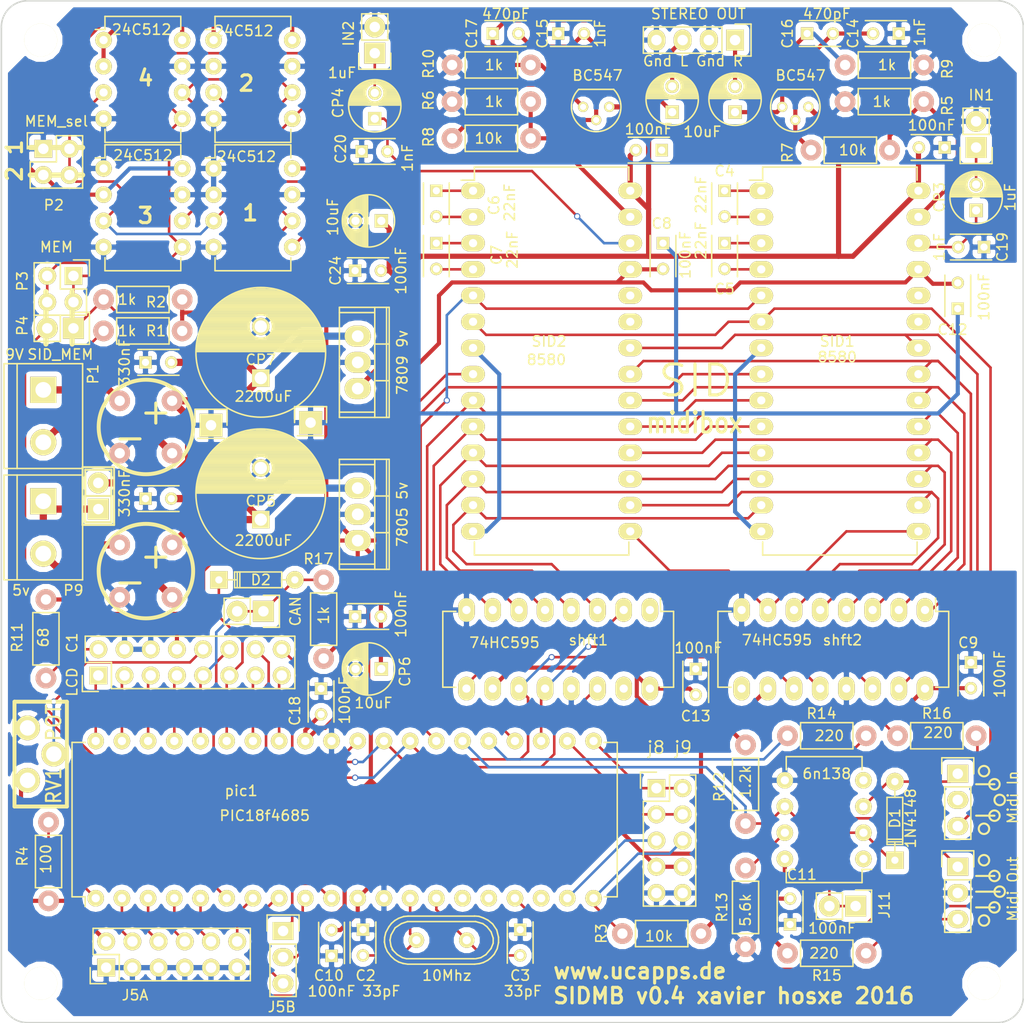
<source format=kicad_pcb>
(kicad_pcb (version 4) (host pcbnew 4.0.2-4+6225~38~ubuntu14.04.1-stable)
  (layers (0 F.Cu signal) (31 B.Cu signal) (34 B.Paste user) (35 F.Paste user) (36 B.SilkS user) (37 F.SilkS user) (38 B.Mask user) (39 F.Mask user) (44 Edge.Cuts user))
  (net 0 "")
  (net 1 "Net-(R4-Pad1)")
  (net 2 GND)
  (net 3 "Net-(C1-Pad1)")
  (net 4 "Net-(C1-Pad2)")
  (net 5 "Net-(C1-Pad3)")
  (net 6 "Net-(C1-Pad5)")
  (net 7 "Net-(C1-Pad7)")
  (net 8 "Net-(C1-Pad9)")
  (net 9 "Net-(C1-Pad10)")
  (net 10 "Net-(C1-Pad11)")
  (net 11 "Net-(C1-Pad12)")
  (net 12 "Net-(C1-Pad13)")
  (net 13 "Net-(C1-Pad14)")
  (net 14 "Net-(C1-Pad15)")
  (net 15 "Net-(C1-Pad16)")
  (net 16 +9V)
  (net 17 /SIDCLK)
  (net 18 /SID1)
  (net 19 /SID2)
  (net 20 /d0)
  (net 21 /d1)
  (net 22 /d2)
  (net 23 /d3)
  (net 24 /d4)
  (net 25 /d5)
  (net 26 /d6)
  (net 27 /d7)
  (net 28 /MEM_SD)
  (net 29 /MEM_SC)
  (net 30 +5V)
  (net 31 "Net-(P2-Pad2)")
  (net 32 "Net-(C2-Pad2)")
  (net 33 "Net-(C3-Pad2)")
  (net 34 "Net-(C4-Pad1)")
  (net 35 "Net-(C4-Pad2)")
  (net 36 "Net-(C5-Pad1)")
  (net 37 "Net-(C5-Pad2)")
  (net 38 "Net-(C6-Pad1)")
  (net 39 "Net-(C6-Pad2)")
  (net 40 "Net-(C7-Pad1)")
  (net 41 "Net-(C7-Pad2)")
  (net 42 "Net-(C14-Pad2)")
  (net 43 "Net-(C15-Pad2)")
  (net 44 "Net-(D1-Pad2)")
  (net 45 "Net-(D1-Pad1)")
  (net 46 "Net-(R13-Pad1)")
  (net 47 "Net-(P4-Pad2)")
  (net 48 "Net-(P5-Pad4)")
  (net 49 "Net-(P5-Pad6)")
  (net 50 "Net-(P5-Pad8)")
  (net 51 "Net-(P5-Pad10)")
  (net 52 "Net-(P6-Pad1)")
  (net 53 "Net-(P6-Pad3)")
  (net 54 "Net-(P6-Pad5)")
  (net 55 "Net-(P6-Pad6)")
  (net 56 "Net-(P7-Pad3)")
  (net 57 "Net-(P8-Pad1)")
  (net 58 "Net-(P8-Pad3)")
  (net 59 /SIDIN1)
  (net 60 /SIDIN2)
  (net 61 /SIDOUT1)
  (net 62 /SIDOUT2)
  (net 63 "Net-(SID1-Pad5)")
  (net 64 "Net-(SID1-Pad13)")
  (net 65 "Net-(SID1-Pad12)")
  (net 66 "Net-(SID1-Pad11)")
  (net 67 "Net-(SID1-Pad10)")
  (net 68 "Net-(SID1-Pad9)")
  (net 69 "Net-(C16-Pad1)")
  (net 70 "Net-(C17-Pad1)")
  (net 71 "Net-(CP1-Pad2)")
  (net 72 "Net-(CP2-Pad2)")
  (net 73 "Net-(pic1-Pad23)")
  (net 74 "Net-(shft1-Pad9)")
  (net 75 "Net-(CP3-Pad2)")
  (net 76 "Net-(CP4-Pad2)")
  (net 77 "Net-(C21-Pad2)")
  (net 78 "Net-(C23-Pad2)")
  (net 79 "Net-(DB1-Pad2)")
  (net 80 "Net-(DB1-Pad4)")
  (net 81 "Net-(DB2-Pad2)")
  (net 82 "Net-(DB2-Pad4)")
  (net 83 "Net-(P13-Pad1)")
  (net 84 "Net-(P5-Pad12)")
  (net 85 "Net-(P16-Pad1)")
  (net 86 "Net-(P16-Pad2)")
  (net 87 "Net-(P16-Pad3)")
  (net 88 "Net-(R14-Pad2)")
  (module Power_Integrations:TO-220 (layer F.Cu) (at 65.024 77.089 270)
    (fp_text reference U1 hide)
    (fp_text value "7805 5v" (at 0 -4.318 270) (layer F.SilkS))
    (pad 2 thru_hole oval (at 0 0 270) (size 2.032 2.54) (drill 1.143) (layers *.Cu *.Mask F.SilkS) (net 2 GND))
    (pad 3 thru_hole oval (at 2.54 0 270) (size 2.032 2.54) (drill 1.143) (layers *.Cu *.Mask F.SilkS) (net 30 +5V))
    (pad 1 thru_hole oval (at -2.54 0 270) (size 2.032 2.54) (drill 1.143) (layers *.Cu *.Mask F.SilkS) (net 77 "Net-(C21-Pad2)"))
  )
  (module Housings_DIP:DIP-28_W15.24mm_LongPads (layer F.Cu) (at 104.14 45.72)
    (fp_text reference SID1 (at 7.366 14.605) (layer F.SilkS))
    (fp_text value 8580 (at 7.366 16.129) (layer F.SilkS))
    (pad 1 thru_hole oval (at 0 0) (size 2.3 1.6) (drill 0.8) (layers *.Cu *.Mask F.SilkS) (net 34 "Net-(C4-Pad1)"))
    (pad 2 thru_hole oval (at 0 2.54) (size 2.3 1.6) (drill 0.8) (layers *.Cu *.Mask F.SilkS) (net 35 "Net-(C4-Pad2)"))
    (pad 3 thru_hole oval (at 0 5.08) (size 2.3 1.6) (drill 0.8) (layers *.Cu *.Mask F.SilkS) (net 36 "Net-(C5-Pad1)"))
    (pad 4 thru_hole oval (at 0 7.62) (size 2.3 1.6) (drill 0.8) (layers *.Cu *.Mask F.SilkS) (net 37 "Net-(C5-Pad2)"))
    (pad 5 thru_hole oval (at 0 10.16) (size 2.3 1.6) (drill 0.8) (layers *.Cu *.Mask F.SilkS) (net 63 "Net-(SID1-Pad5)"))
    (pad 6 thru_hole oval (at 0 12.7) (size 2.3 1.6) (drill 0.8) (layers *.Cu *.Mask F.SilkS) (net 17 /SIDCLK))
    (pad 7 thru_hole oval (at 0 15.24) (size 2.3 1.6) (drill 0.8) (layers *.Cu *.Mask F.SilkS) (net 2 GND))
    (pad 8 thru_hole oval (at 0 17.78) (size 2.3 1.6) (drill 0.8) (layers *.Cu *.Mask F.SilkS) (net 18 /SID1))
    (pad 9 thru_hole oval (at 0 20.32) (size 2.3 1.6) (drill 0.8) (layers *.Cu *.Mask F.SilkS) (net 68 "Net-(SID1-Pad9)"))
    (pad 10 thru_hole oval (at 0 22.86) (size 2.3 1.6) (drill 0.8) (layers *.Cu *.Mask F.SilkS) (net 67 "Net-(SID1-Pad10)"))
    (pad 11 thru_hole oval (at 0 25.4) (size 2.3 1.6) (drill 0.8) (layers *.Cu *.Mask F.SilkS) (net 66 "Net-(SID1-Pad11)"))
    (pad 12 thru_hole oval (at 0 27.94) (size 2.3 1.6) (drill 0.8) (layers *.Cu *.Mask F.SilkS) (net 65 "Net-(SID1-Pad12)"))
    (pad 13 thru_hole oval (at 0 30.48) (size 2.3 1.6) (drill 0.8) (layers *.Cu *.Mask F.SilkS) (net 64 "Net-(SID1-Pad13)"))
    (pad 14 thru_hole oval (at 0 33.02) (size 2.3 1.6) (drill 0.8) (layers *.Cu *.Mask F.SilkS) (net 2 GND))
    (pad 15 thru_hole oval (at 15.24 33.02) (size 2.3 1.6) (drill 0.8) (layers *.Cu *.Mask F.SilkS) (net 20 /d0))
    (pad 16 thru_hole oval (at 15.24 30.48) (size 2.3 1.6) (drill 0.8) (layers *.Cu *.Mask F.SilkS) (net 21 /d1))
    (pad 17 thru_hole oval (at 15.24 27.94) (size 2.3 1.6) (drill 0.8) (layers *.Cu *.Mask F.SilkS) (net 22 /d2))
    (pad 18 thru_hole oval (at 15.24 25.4) (size 2.3 1.6) (drill 0.8) (layers *.Cu *.Mask F.SilkS) (net 23 /d3))
    (pad 19 thru_hole oval (at 15.24 22.86) (size 2.3 1.6) (drill 0.8) (layers *.Cu *.Mask F.SilkS) (net 24 /d4))
    (pad 20 thru_hole oval (at 15.24 20.32) (size 2.3 1.6) (drill 0.8) (layers *.Cu *.Mask F.SilkS) (net 25 /d5))
    (pad 21 thru_hole oval (at 15.24 17.78) (size 2.3 1.6) (drill 0.8) (layers *.Cu *.Mask F.SilkS) (net 26 /d6))
    (pad 22 thru_hole oval (at 15.24 15.24) (size 2.3 1.6) (drill 0.8) (layers *.Cu *.Mask F.SilkS) (net 27 /d7))
    (pad 23 thru_hole oval (at 15.24 12.7) (size 2.3 1.6) (drill 0.8) (layers *.Cu *.Mask F.SilkS))
    (pad 24 thru_hole oval (at 15.24 10.16) (size 2.3 1.6) (drill 0.8) (layers *.Cu *.Mask F.SilkS))
    (pad 25 thru_hole oval (at 15.24 7.62) (size 2.3 1.6) (drill 0.8) (layers *.Cu *.Mask F.SilkS) (net 30 +5V))
    (pad 26 thru_hole oval (at 15.24 5.08) (size 2.3 1.6) (drill 0.8) (layers *.Cu *.Mask F.SilkS) (net 59 /SIDIN1))
    (pad 27 thru_hole oval (at 15.24 2.54) (size 2.3 1.6) (drill 0.8) (layers *.Cu *.Mask F.SilkS) (net 61 /SIDOUT1))
    (pad 28 thru_hole oval (at 15.24 0) (size 2.3 1.6) (drill 0.8) (layers *.Cu *.Mask F.SilkS) (net 16 +9V))
  )
  (module Pin_Headers:Pin_Header_Straight_1x02 (layer F.Cu) (at 39.878 76.581 180)
    (fp_text reference P15 hide)
    (fp_text value 9VOnly hide)
    (pad 1 thru_hole rect (at 0 0 180) (size 2.032 2.032) (drill 1.016) (layers *.Cu *.Mask F.SilkS) (net 80 "Net-(DB1-Pad4)"))
    (pad 2 thru_hole oval (at 0 2.54 180) (size 2.032 2.032) (drill 1.016) (layers *.Cu *.Mask F.SilkS) (net 78 "Net-(C23-Pad2)"))
  )
  (module Housings_DIP:DIP-8_W7.62mm (layer F.Cu) (at 51.054 43.561)
    (fp_text reference U2 hide)
    (fp_text value 24C512 (at 3.175 -1.143) (layer F.SilkS))
    (pad 1 thru_hole oval (at 0 0) (size 1.6 1.6) (drill 0.8) (layers *.Cu *.Mask F.SilkS) (net 2 GND))
    (pad 2 thru_hole oval (at 0 2.54) (size 1.6 1.6) (drill 0.8) (layers *.Cu *.Mask F.SilkS) (net 2 GND))
    (pad 3 thru_hole oval (at 0 5.08) (size 1.6 1.6) (drill 0.8) (layers *.Cu *.Mask F.SilkS) (net 31 "Net-(P2-Pad2)"))
    (pad 4 thru_hole oval (at 0 7.62) (size 1.6 1.6) (drill 0.8) (layers *.Cu *.Mask F.SilkS) (net 2 GND))
    (pad 5 thru_hole oval (at 7.62 7.62) (size 1.6 1.6) (drill 0.8) (layers *.Cu *.Mask F.SilkS) (net 28 /MEM_SD))
    (pad 6 thru_hole oval (at 7.62 5.08) (size 1.6 1.6) (drill 0.8) (layers *.Cu *.Mask F.SilkS) (net 29 /MEM_SC))
    (pad 7 thru_hole oval (at 7.62 2.54) (size 1.6 1.6) (drill 0.8) (layers *.Cu *.Mask F.SilkS) (net 2 GND))
    (pad 8 thru_hole oval (at 7.62 0) (size 1.6 1.6) (drill 0.8) (layers *.Cu *.Mask F.SilkS) (net 30 +5V))
  )
  (module Capacitors_ThroughHole:C_Radial_D12.5_L25_P5 (layer F.Cu) (at 55.626 77.597 90)
    (fp_text reference CP5 (at 1.778 0 180) (layer F.SilkS))
    (fp_text value 2200uF (at -2.032 0.254 180) (layer F.SilkS))
    (pad 2 thru_hole circle (at 5 0 90) (size 1.7 1.7) (drill 1.2) (layers *.Cu *.Mask F.SilkS) (net 2 GND))
    (pad 1 thru_hole rect (at 0 0 90) (size 1.7 1.7) (drill 1.2) (layers *.Cu *.Mask F.SilkS) (net 77 "Net-(C21-Pad2)"))
  )
  (module Capacitors_ThroughHole:C_Radial_D12.5_L25_P5 (layer F.Cu) (at 55.626 63.881 90)
    (fp_text reference CP7 (at 1.778 0 180) (layer F.SilkS))
    (fp_text value 2200uF (at -1.778 0.254 180) (layer F.SilkS))
    (pad 2 thru_hole circle (at 5 0 90) (size 1.7 1.7) (drill 1.2) (layers *.Cu *.Mask F.SilkS) (net 2 GND))
    (pad 1 thru_hole rect (at 0 0 90) (size 1.7 1.7) (drill 1.2) (layers *.Cu *.Mask F.SilkS) (net 78 "Net-(C23-Pad2)"))
  )
  (module Pin_Headers:Pin_Header_Straight_1x02 (layer F.Cu) (at 66.675 32.385 180)
    (fp_text reference P11 hide)
    (fp_text value IN2 (at 2.54 1.905 450) (layer F.SilkS))
    (pad 1 thru_hole rect (at 0 0 180) (size 2.032 2.032) (drill 1.016) (layers *.Cu *.Mask F.SilkS) (net 76 "Net-(CP4-Pad2)"))
    (pad 2 thru_hole oval (at 0 2.54 180) (size 2.032 2.032) (drill 1.016) (layers *.Cu *.Mask F.SilkS) (net 2 GND))
  )
  (module Pin_Headers:Pin_Header_Straight_2x02 (layer F.Cu) (at 34.544 41.656)
    (fp_text reference P2 (at 1.016 5.461 180) (layer F.SilkS))
    (fp_text value MEM_sel (at 1.27 -2.667 180) (layer F.SilkS))
    (pad 1 thru_hole rect (at 0 0) (size 1.7272 1.7272) (drill 1.016) (layers *.Cu *.Mask F.SilkS) (net 2 GND))
    (pad 2 thru_hole oval (at 2.54 0) (size 1.7272 1.7272) (drill 1.016) (layers *.Cu *.Mask F.SilkS) (net 31 "Net-(P2-Pad2)"))
    (pad 3 thru_hole oval (at 0 2.54) (size 1.7272 1.7272) (drill 1.016) (layers *.Cu *.Mask F.SilkS) (net 30 +5V))
    (pad 4 thru_hole oval (at 2.54 2.54) (size 1.7272 1.7272) (drill 1.016) (layers *.Cu *.Mask F.SilkS) (net 31 "Net-(P2-Pad2)"))
  )
  (module Housings_DIP:DIP-16_W7.62mm_LongPads (layer F.Cu) (at 120.015 86.36 270)
    (fp_text reference shft2 (at 2.921 8.001 360) (layer F.SilkS))
    (fp_text value 74HC595 (at 2.921 14.351 360) (layer F.SilkS))
    (pad 1 thru_hole oval (at 0 0 270) (size 2.3 1.6) (drill 0.8) (layers *.Cu *.Mask F.SilkS) (net 26 /d6))
    (pad 2 thru_hole oval (at 0 2.54 270) (size 2.3 1.6) (drill 0.8) (layers *.Cu *.Mask F.SilkS) (net 25 /d5))
    (pad 3 thru_hole oval (at 0 5.08 270) (size 2.3 1.6) (drill 0.8) (layers *.Cu *.Mask F.SilkS) (net 24 /d4))
    (pad 4 thru_hole oval (at 0 7.62 270) (size 2.3 1.6) (drill 0.8) (layers *.Cu *.Mask F.SilkS) (net 23 /d3))
    (pad 5 thru_hole oval (at 0 10.16 270) (size 2.3 1.6) (drill 0.8) (layers *.Cu *.Mask F.SilkS) (net 22 /d2))
    (pad 6 thru_hole oval (at 0 12.7 270) (size 2.3 1.6) (drill 0.8) (layers *.Cu *.Mask F.SilkS) (net 21 /d1))
    (pad 7 thru_hole oval (at 0 15.24 270) (size 2.3 1.6) (drill 0.8) (layers *.Cu *.Mask F.SilkS) (net 20 /d0))
    (pad 8 thru_hole oval (at 0 17.78 270) (size 2.3 1.6) (drill 0.8) (layers *.Cu *.Mask F.SilkS) (net 2 GND))
    (pad 9 thru_hole oval (at 7.62 17.78 270) (size 2.3 1.6) (drill 0.8) (layers *.Cu *.Mask F.SilkS))
    (pad 10 thru_hole oval (at 7.62 15.24 270) (size 2.3 1.6) (drill 0.8) (layers *.Cu *.Mask F.SilkS) (net 30 +5V))
    (pad 11 thru_hole oval (at 7.62 12.7 270) (size 2.3 1.6) (drill 0.8) (layers *.Cu *.Mask F.SilkS) (net 11 "Net-(C1-Pad12)"))
    (pad 12 thru_hole oval (at 7.62 10.16 270) (size 2.3 1.6) (drill 0.8) (layers *.Cu *.Mask F.SilkS) (net 73 "Net-(pic1-Pad23)"))
    (pad 13 thru_hole oval (at 7.62 7.62 270) (size 2.3 1.6) (drill 0.8) (layers *.Cu *.Mask F.SilkS) (net 2 GND))
    (pad 14 thru_hole oval (at 7.62 5.08 270) (size 2.3 1.6) (drill 0.8) (layers *.Cu *.Mask F.SilkS) (net 74 "Net-(shft1-Pad9)"))
    (pad 15 thru_hole oval (at 7.62 2.54 270) (size 2.3 1.6) (drill 0.8) (layers *.Cu *.Mask F.SilkS) (net 27 /d7))
    (pad 16 thru_hole oval (at 7.62 0 270) (size 2.3 1.6) (drill 0.8) (layers *.Cu *.Mask F.SilkS) (net 30 +5V))
  )
  (module Housings_DIP:DIP-28_W15.24mm_LongPads (layer F.Cu) (at 76.2 45.72)
    (fp_text reference SID2 (at 7.366 14.605) (layer F.SilkS))
    (fp_text value 8580 (at 7.112 16.383) (layer F.SilkS))
    (pad 1 thru_hole oval (at 0 0) (size 2.3 1.6) (drill 0.8) (layers *.Cu *.Mask F.SilkS) (net 38 "Net-(C6-Pad1)"))
    (pad 2 thru_hole oval (at 0 2.54) (size 2.3 1.6) (drill 0.8) (layers *.Cu *.Mask F.SilkS) (net 39 "Net-(C6-Pad2)"))
    (pad 3 thru_hole oval (at 0 5.08) (size 2.3 1.6) (drill 0.8) (layers *.Cu *.Mask F.SilkS) (net 40 "Net-(C7-Pad1)"))
    (pad 4 thru_hole oval (at 0 7.62) (size 2.3 1.6) (drill 0.8) (layers *.Cu *.Mask F.SilkS) (net 41 "Net-(C7-Pad2)"))
    (pad 5 thru_hole oval (at 0 10.16) (size 2.3 1.6) (drill 0.8) (layers *.Cu *.Mask F.SilkS) (net 63 "Net-(SID1-Pad5)"))
    (pad 6 thru_hole oval (at 0 12.7) (size 2.3 1.6) (drill 0.8) (layers *.Cu *.Mask F.SilkS) (net 17 /SIDCLK))
    (pad 7 thru_hole oval (at 0 15.24) (size 2.3 1.6) (drill 0.8) (layers *.Cu *.Mask F.SilkS) (net 2 GND))
    (pad 8 thru_hole oval (at 0 17.78) (size 2.3 1.6) (drill 0.8) (layers *.Cu *.Mask F.SilkS) (net 19 /SID2))
    (pad 9 thru_hole oval (at 0 20.32) (size 2.3 1.6) (drill 0.8) (layers *.Cu *.Mask F.SilkS) (net 68 "Net-(SID1-Pad9)"))
    (pad 10 thru_hole oval (at 0 22.86) (size 2.3 1.6) (drill 0.8) (layers *.Cu *.Mask F.SilkS) (net 67 "Net-(SID1-Pad10)"))
    (pad 11 thru_hole oval (at 0 25.4) (size 2.3 1.6) (drill 0.8) (layers *.Cu *.Mask F.SilkS) (net 66 "Net-(SID1-Pad11)"))
    (pad 12 thru_hole oval (at 0 27.94) (size 2.3 1.6) (drill 0.8) (layers *.Cu *.Mask F.SilkS) (net 65 "Net-(SID1-Pad12)"))
    (pad 13 thru_hole oval (at 0 30.48) (size 2.3 1.6) (drill 0.8) (layers *.Cu *.Mask F.SilkS) (net 64 "Net-(SID1-Pad13)"))
    (pad 14 thru_hole oval (at 0 33.02) (size 2.3 1.6) (drill 0.8) (layers *.Cu *.Mask F.SilkS) (net 2 GND))
    (pad 15 thru_hole oval (at 15.24 33.02) (size 2.3 1.6) (drill 0.8) (layers *.Cu *.Mask F.SilkS) (net 20 /d0))
    (pad 16 thru_hole oval (at 15.24 30.48) (size 2.3 1.6) (drill 0.8) (layers *.Cu *.Mask F.SilkS) (net 21 /d1))
    (pad 17 thru_hole oval (at 15.24 27.94) (size 2.3 1.6) (drill 0.8) (layers *.Cu *.Mask F.SilkS) (net 22 /d2))
    (pad 18 thru_hole oval (at 15.24 25.4) (size 2.3 1.6) (drill 0.8) (layers *.Cu *.Mask F.SilkS) (net 23 /d3))
    (pad 19 thru_hole oval (at 15.24 22.86) (size 2.3 1.6) (drill 0.8) (layers *.Cu *.Mask F.SilkS) (net 24 /d4))
    (pad 20 thru_hole oval (at 15.24 20.32) (size 2.3 1.6) (drill 0.8) (layers *.Cu *.Mask F.SilkS) (net 25 /d5))
    (pad 21 thru_hole oval (at 15.24 17.78) (size 2.3 1.6) (drill 0.8) (layers *.Cu *.Mask F.SilkS) (net 26 /d6))
    (pad 22 thru_hole oval (at 15.24 15.24) (size 2.3 1.6) (drill 0.8) (layers *.Cu *.Mask F.SilkS) (net 27 /d7))
    (pad 23 thru_hole oval (at 15.24 12.7) (size 2.3 1.6) (drill 0.8) (layers *.Cu *.Mask F.SilkS))
    (pad 24 thru_hole oval (at 15.24 10.16) (size 2.3 1.6) (drill 0.8) (layers *.Cu *.Mask F.SilkS))
    (pad 25 thru_hole oval (at 15.24 7.62) (size 2.3 1.6) (drill 0.8) (layers *.Cu *.Mask F.SilkS) (net 30 +5V))
    (pad 26 thru_hole oval (at 15.24 5.08) (size 2.3 1.6) (drill 0.8) (layers *.Cu *.Mask F.SilkS) (net 60 /SIDIN2))
    (pad 27 thru_hole oval (at 15.24 2.54) (size 2.3 1.6) (drill 0.8) (layers *.Cu *.Mask F.SilkS) (net 62 /SIDOUT2))
    (pad 28 thru_hole oval (at 15.24 0) (size 2.3 1.6) (drill 0.8) (layers *.Cu *.Mask F.SilkS) (net 16 +9V))
  )
  (module Housings_DIP:DIP-40_W15.24mm (layer F.Cu) (at 39.624 114.3 90)
    (fp_text reference pic1 (at 10.414 14.097 180) (layer F.SilkS))
    (fp_text value PIC18f4685 (at 8.001 16.383 180) (layer F.SilkS))
    (pad 1 thru_hole oval (at 0 0 90) (size 1.6 1.6) (drill 0.8) (layers *.Cu *.Mask F.SilkS) (net 1 "Net-(R4-Pad1)"))
    (pad 2 thru_hole oval (at 0 2.54 90) (size 1.6 1.6) (drill 0.8) (layers *.Cu *.Mask F.SilkS) (net 48 "Net-(P5-Pad4)"))
    (pad 3 thru_hole oval (at 0 5.08 90) (size 1.6 1.6) (drill 0.8) (layers *.Cu *.Mask F.SilkS) (net 49 "Net-(P5-Pad6)"))
    (pad 4 thru_hole oval (at 0 7.62 90) (size 1.6 1.6) (drill 0.8) (layers *.Cu *.Mask F.SilkS) (net 50 "Net-(P5-Pad8)"))
    (pad 5 thru_hole oval (at 0 10.16 90) (size 1.6 1.6) (drill 0.8) (layers *.Cu *.Mask F.SilkS) (net 51 "Net-(P5-Pad10)"))
    (pad 6 thru_hole oval (at 0 12.7 90) (size 1.6 1.6) (drill 0.8) (layers *.Cu *.Mask F.SilkS) (net 47 "Net-(P4-Pad2)"))
    (pad 7 thru_hole oval (at 0 15.24 90) (size 1.6 1.6) (drill 0.8) (layers *.Cu *.Mask F.SilkS) (net 84 "Net-(P5-Pad12)"))
    (pad 8 thru_hole oval (at 0 17.78 90) (size 1.6 1.6) (drill 0.8) (layers *.Cu *.Mask F.SilkS) (net 87 "Net-(P16-Pad3)"))
    (pad 9 thru_hole oval (at 0 20.32 90) (size 1.6 1.6) (drill 0.8) (layers *.Cu *.Mask F.SilkS) (net 86 "Net-(P16-Pad2)"))
    (pad 10 thru_hole oval (at 0 22.86 90) (size 1.6 1.6) (drill 0.8) (layers *.Cu *.Mask F.SilkS) (net 85 "Net-(P16-Pad1)"))
    (pad 11 thru_hole oval (at 0 25.4 90) (size 1.6 1.6) (drill 0.8) (layers *.Cu *.Mask F.SilkS) (net 30 +5V))
    (pad 12 thru_hole oval (at 0 27.94 90) (size 1.6 1.6) (drill 0.8) (layers *.Cu *.Mask F.SilkS) (net 2 GND))
    (pad 13 thru_hole oval (at 0 30.48 90) (size 1.6 1.6) (drill 0.8) (layers *.Cu *.Mask F.SilkS) (net 32 "Net-(C2-Pad2)"))
    (pad 14 thru_hole oval (at 0 33.02 90) (size 1.6 1.6) (drill 0.8) (layers *.Cu *.Mask F.SilkS) (net 33 "Net-(C3-Pad2)"))
    (pad 15 thru_hole oval (at 0 35.56 90) (size 1.6 1.6) (drill 0.8) (layers *.Cu *.Mask F.SilkS))
    (pad 16 thru_hole oval (at 0 38.1 90) (size 1.6 1.6) (drill 0.8) (layers *.Cu *.Mask F.SilkS))
    (pad 17 thru_hole oval (at 0 40.64 90) (size 1.6 1.6) (drill 0.8) (layers *.Cu *.Mask F.SilkS) (net 17 /SIDCLK))
    (pad 18 thru_hole oval (at 0 43.18 90) (size 1.6 1.6) (drill 0.8) (layers *.Cu *.Mask F.SilkS))
    (pad 19 thru_hole oval (at 0 45.72 90) (size 1.6 1.6) (drill 0.8) (layers *.Cu *.Mask F.SilkS) (net 54 "Net-(P6-Pad5)"))
    (pad 20 thru_hole oval (at 0 48.26 90) (size 1.6 1.6) (drill 0.8) (layers *.Cu *.Mask F.SilkS) (net 55 "Net-(P6-Pad6)"))
    (pad 21 thru_hole oval (at 15.24 48.26 90) (size 1.6 1.6) (drill 0.8) (layers *.Cu *.Mask F.SilkS) (net 52 "Net-(P6-Pad1)"))
    (pad 22 thru_hole oval (at 15.24 45.72 90) (size 1.6 1.6) (drill 0.8) (layers *.Cu *.Mask F.SilkS) (net 53 "Net-(P6-Pad3)"))
    (pad 23 thru_hole oval (at 15.24 43.18 90) (size 1.6 1.6) (drill 0.8) (layers *.Cu *.Mask F.SilkS) (net 73 "Net-(pic1-Pad23)"))
    (pad 24 thru_hole oval (at 15.24 40.64 90) (size 1.6 1.6) (drill 0.8) (layers *.Cu *.Mask F.SilkS) (net 18 /SID1))
    (pad 25 thru_hole oval (at 15.24 38.1 90) (size 1.6 1.6) (drill 0.8) (layers *.Cu *.Mask F.SilkS) (net 88 "Net-(R14-Pad2)"))
    (pad 26 thru_hole oval (at 15.24 35.56 90) (size 1.6 1.6) (drill 0.8) (layers *.Cu *.Mask F.SilkS) (net 83 "Net-(P13-Pad1)"))
    (pad 27 thru_hole oval (at 15.24 33.02 90) (size 1.6 1.6) (drill 0.8) (layers *.Cu *.Mask F.SilkS) (net 19 /SID2))
    (pad 28 thru_hole oval (at 15.24 30.48 90) (size 1.6 1.6) (drill 0.8) (layers *.Cu *.Mask F.SilkS) (net 11 "Net-(C1-Pad12)"))
    (pad 29 thru_hole oval (at 15.24 27.94 90) (size 1.6 1.6) (drill 0.8) (layers *.Cu *.Mask F.SilkS) (net 13 "Net-(C1-Pad14)"))
    (pad 30 thru_hole oval (at 15.24 25.4 90) (size 1.6 1.6) (drill 0.8) (layers *.Cu *.Mask F.SilkS) (net 15 "Net-(C1-Pad16)"))
    (pad 31 thru_hole oval (at 15.24 22.86 90) (size 1.6 1.6) (drill 0.8) (layers *.Cu *.Mask F.SilkS) (net 2 GND))
    (pad 32 thru_hole oval (at 15.24 20.32 90) (size 1.6 1.6) (drill 0.8) (layers *.Cu *.Mask F.SilkS) (net 30 +5V))
    (pad 33 thru_hole oval (at 15.24 17.78 90) (size 1.6 1.6) (drill 0.8) (layers *.Cu *.Mask F.SilkS) (net 14 "Net-(C1-Pad15)"))
    (pad 34 thru_hole oval (at 15.24 15.24 90) (size 1.6 1.6) (drill 0.8) (layers *.Cu *.Mask F.SilkS) (net 12 "Net-(C1-Pad13)"))
    (pad 35 thru_hole oval (at 15.24 12.7 90) (size 1.6 1.6) (drill 0.8) (layers *.Cu *.Mask F.SilkS) (net 10 "Net-(C1-Pad11)"))
    (pad 36 thru_hole oval (at 15.24 10.16 90) (size 1.6 1.6) (drill 0.8) (layers *.Cu *.Mask F.SilkS) (net 8 "Net-(C1-Pad9)"))
    (pad 37 thru_hole oval (at 15.24 7.62 90) (size 1.6 1.6) (drill 0.8) (layers *.Cu *.Mask F.SilkS) (net 7 "Net-(C1-Pad7)"))
    (pad 38 thru_hole oval (at 15.24 5.08 90) (size 1.6 1.6) (drill 0.8) (layers *.Cu *.Mask F.SilkS) (net 6 "Net-(C1-Pad5)"))
    (pad 39 thru_hole oval (at 15.24 2.54 90) (size 1.6 1.6) (drill 0.8) (layers *.Cu *.Mask F.SilkS) (net 5 "Net-(C1-Pad3)"))
    (pad 40 thru_hole oval (at 15.24 0 90) (size 1.6 1.6) (drill 0.8) (layers *.Cu *.Mask F.SilkS) (net 3 "Net-(C1-Pad1)"))
  )
  (module Capacitors_ThroughHole:C_Radial_D5_L6_P2.5 (layer F.Cu) (at 101.6 38.1 90)
    (fp_text reference CP1 hide)
    (fp_text value 10uF hide)
    (pad 1 thru_hole rect (at 0 0 90) (size 1.3 1.3) (drill 0.8) (layers *.Cu *.Mask F.SilkS) (net 69 "Net-(C16-Pad1)"))
    (pad 2 thru_hole circle (at 2.5 0 90) (size 1.3 1.3) (drill 0.8) (layers *.Cu *.Mask F.SilkS) (net 71 "Net-(CP1-Pad2)"))
  )
  (module TO_SOT_Packages_THT:TO-92_Molded_Narrow (layer F.Cu) (at 108.712 37.592 180)
    (fp_text reference Q1 hide)
    (fp_text value BC547 (at 0.762 3.048 180) (layer F.SilkS))
    (pad 2 thru_hole circle (at 1.27 -1.27 270) (size 1.00076 1.00076) (drill 0.6) (layers *.Cu *.Mask F.SilkS) (net 42 "Net-(C14-Pad2)"))
    (pad 3 thru_hole circle (at 2.54 0 270) (size 1.00076 1.00076) (drill 0.6) (layers *.Cu *.Mask F.SilkS) (net 69 "Net-(C16-Pad1)"))
    (pad 1 thru_hole circle (at 0 0 270) (size 1.00076 1.00076) (drill 0.6) (layers *.Cu *.Mask F.SilkS) (net 16 +9V))
  )
  (module Resistors_ThroughHole:Resistor_Horizontal_RM7mm (layer F.Cu) (at 108.966 41.783)
    (fp_text reference R7 (at -2.286 0.254 90) (layer F.SilkS))
    (fp_text value 10k (at 4.064 0) (layer F.SilkS))
    (pad 1 thru_hole circle (at 0 0) (size 1.99898 1.99898) (drill 1.00076) (layers *.Cu *.SilkS *.Mask) (net 42 "Net-(C14-Pad2)"))
    (pad 2 thru_hole circle (at 7.62 0) (size 1.99898 1.99898) (drill 1.00076) (layers *.Cu *.SilkS *.Mask) (net 61 /SIDOUT1))
  )
  (module TO_SOT_Packages_THT:TO-92_Molded_Narrow (layer F.Cu) (at 89.408 37.592 180)
    (fp_text reference Q2 hide)
    (fp_text value BC547 (at 1.143 3.048 180) (layer F.SilkS))
    (pad 2 thru_hole circle (at 1.27 -1.27 270) (size 1.00076 1.00076) (drill 0.6) (layers *.Cu *.Mask F.SilkS) (net 43 "Net-(C15-Pad2)"))
    (pad 3 thru_hole circle (at 2.54 0 270) (size 1.00076 1.00076) (drill 0.6) (layers *.Cu *.Mask F.SilkS) (net 70 "Net-(C17-Pad1)"))
    (pad 1 thru_hole circle (at 0 0 270) (size 1.00076 1.00076) (drill 0.6) (layers *.Cu *.Mask F.SilkS) (net 16 +9V))
  )
  (module Pin_Headers:Pin_Header_Straight_2x08 (layer F.Cu) (at 39.878 92.71 90)
    (fp_text reference C1 (at 3.175 -2.54 90) (layer F.SilkS))
    (fp_text value LCD (at -0.635 -2.54 90) (layer F.SilkS))
    (pad 1 thru_hole rect (at 0 0 90) (size 1.7272 1.7272) (drill 1.016) (layers *.Cu *.Mask F.SilkS) (net 3 "Net-(C1-Pad1)"))
    (pad 2 thru_hole oval (at 2.54 0 90) (size 1.7272 1.7272) (drill 1.016) (layers *.Cu *.Mask F.SilkS) (net 4 "Net-(C1-Pad2)"))
    (pad 3 thru_hole oval (at 0 2.54 90) (size 1.7272 1.7272) (drill 1.016) (layers *.Cu *.Mask F.SilkS) (net 5 "Net-(C1-Pad3)"))
    (pad 4 thru_hole oval (at 2.54 2.54 90) (size 1.7272 1.7272) (drill 1.016) (layers *.Cu *.Mask F.SilkS) (net 2 GND))
    (pad 5 thru_hole oval (at 0 5.08 90) (size 1.7272 1.7272) (drill 1.016) (layers *.Cu *.Mask F.SilkS) (net 6 "Net-(C1-Pad5)"))
    (pad 6 thru_hole oval (at 2.54 5.08 90) (size 1.7272 1.7272) (drill 1.016) (layers *.Cu *.Mask F.SilkS) (net 2 GND))
    (pad 7 thru_hole oval (at 0 7.62 90) (size 1.7272 1.7272) (drill 1.016) (layers *.Cu *.Mask F.SilkS) (net 7 "Net-(C1-Pad7)"))
    (pad 8 thru_hole oval (at 2.54 7.62 90) (size 1.7272 1.7272) (drill 1.016) (layers *.Cu *.Mask F.SilkS) (net 30 +5V))
    (pad 9 thru_hole oval (at 0 10.16 90) (size 1.7272 1.7272) (drill 1.016) (layers *.Cu *.Mask F.SilkS) (net 8 "Net-(C1-Pad9)"))
    (pad 10 thru_hole oval (at 2.54 10.16 90) (size 1.7272 1.7272) (drill 1.016) (layers *.Cu *.Mask F.SilkS) (net 9 "Net-(C1-Pad10)"))
    (pad 11 thru_hole oval (at 0 12.7 90) (size 1.7272 1.7272) (drill 1.016) (layers *.Cu *.Mask F.SilkS) (net 10 "Net-(C1-Pad11)"))
    (pad 12 thru_hole oval (at 2.54 12.7 90) (size 1.7272 1.7272) (drill 1.016) (layers *.Cu *.Mask F.SilkS) (net 11 "Net-(C1-Pad12)"))
    (pad 13 thru_hole oval (at 0 15.24 90) (size 1.7272 1.7272) (drill 1.016) (layers *.Cu *.Mask F.SilkS) (net 12 "Net-(C1-Pad13)"))
    (pad 14 thru_hole oval (at 2.54 15.24 90) (size 1.7272 1.7272) (drill 1.016) (layers *.Cu *.Mask F.SilkS) (net 13 "Net-(C1-Pad14)"))
    (pad 15 thru_hole oval (at 0 17.78 90) (size 1.7272 1.7272) (drill 1.016) (layers *.Cu *.Mask F.SilkS) (net 14 "Net-(C1-Pad15)"))
    (pad 16 thru_hole oval (at 2.54 17.78 90) (size 1.7272 1.7272) (drill 1.016) (layers *.Cu *.Mask F.SilkS) (net 15 "Net-(C1-Pad16)"))
  )
  (module Capacitors_ThroughHole:C_Rect_L4_W2.5_P2.5 (layer F.Cu) (at 65.532 117.348 270)
    (fp_text reference C2 (at 4.445 -0.254 360) (layer F.SilkS))
    (fp_text value 33pF (at 5.969 -1.778 360) (layer F.SilkS))
    (pad 1 thru_hole rect (at 0 0 270) (size 1.2 1.2) (drill 0.7) (layers *.Cu *.Mask F.SilkS) (net 2 GND))
    (pad 2 thru_hole circle (at 2.5 0 270) (size 1.2 1.2) (drill 0.7) (layers *.Cu *.Mask F.SilkS) (net 32 "Net-(C2-Pad2)"))
  )
  (module Capacitors_ThroughHole:C_Rect_L4_W2.5_P2.5 (layer F.Cu) (at 80.772 117.348 270)
    (fp_text reference C3 (at 4.445 0 360) (layer F.SilkS))
    (fp_text value 33pF (at 5.969 -0.254 360) (layer F.SilkS))
    (pad 1 thru_hole rect (at 0 0 270) (size 1.2 1.2) (drill 0.7) (layers *.Cu *.Mask F.SilkS) (net 2 GND))
    (pad 2 thru_hole circle (at 2.5 0 270) (size 1.2 1.2) (drill 0.7) (layers *.Cu *.Mask F.SilkS) (net 33 "Net-(C3-Pad2)"))
  )
  (module Capacitors_ThroughHole:C_Rect_L4_W2.5_P2.5 (layer F.Cu) (at 100.584 45.72 270)
    (fp_text reference C4 (at -1.905 0 360) (layer F.SilkS))
    (fp_text value 22nF (at 0.381 2.286 450) (layer F.SilkS))
    (pad 1 thru_hole rect (at 0 0 270) (size 1.2 1.2) (drill 0.7) (layers *.Cu *.Mask F.SilkS) (net 34 "Net-(C4-Pad1)"))
    (pad 2 thru_hole circle (at 2.5 0 270) (size 1.2 1.2) (drill 0.7) (layers *.Cu *.Mask F.SilkS) (net 35 "Net-(C4-Pad2)"))
  )
  (module Capacitors_ThroughHole:C_Rect_L4_W2.5_P2.5 (layer F.Cu) (at 100.584 50.8 270)
    (fp_text reference C5 (at 4.445 0 360) (layer F.SilkS))
    (fp_text value 22nF (at -0.254 2.286 270) (layer F.SilkS))
    (pad 1 thru_hole rect (at 0 0 270) (size 1.2 1.2) (drill 0.7) (layers *.Cu *.Mask F.SilkS) (net 36 "Net-(C5-Pad1)"))
    (pad 2 thru_hole circle (at 2.5 0 270) (size 1.2 1.2) (drill 0.7) (layers *.Cu *.Mask F.SilkS) (net 37 "Net-(C5-Pad2)"))
  )
  (module Capacitors_ThroughHole:C_Rect_L4_W2.5_P2.5 (layer F.Cu) (at 72.644 45.72 270)
    (fp_text reference C6 (at 1.397 -5.588 270) (layer F.SilkS))
    (fp_text value 22nF (at 1.143 -7.112 450) (layer F.SilkS))
    (pad 1 thru_hole rect (at 0 0 270) (size 1.2 1.2) (drill 0.7) (layers *.Cu *.Mask F.SilkS) (net 38 "Net-(C6-Pad1)"))
    (pad 2 thru_hole circle (at 2.5 0 270) (size 1.2 1.2) (drill 0.7) (layers *.Cu *.Mask F.SilkS) (net 39 "Net-(C6-Pad2)"))
  )
  (module Capacitors_ThroughHole:C_Rect_L4_W2.5_P2.5 (layer F.Cu) (at 72.644 50.8 270)
    (fp_text reference C7 (at 1.143 -5.842 270) (layer F.SilkS))
    (fp_text value 22nF (at 0.635 -7.366 450) (layer F.SilkS))
    (pad 1 thru_hole rect (at 0 0 270) (size 1.2 1.2) (drill 0.7) (layers *.Cu *.Mask F.SilkS) (net 40 "Net-(C7-Pad1)"))
    (pad 2 thru_hole circle (at 2.5 0 270) (size 1.2 1.2) (drill 0.7) (layers *.Cu *.Mask F.SilkS) (net 41 "Net-(C7-Pad2)"))
  )
  (module Capacitors_ThroughHole:C_Rect_L4_W2.5_P2.5 (layer F.Cu) (at 124.46 91.44 270)
    (fp_text reference C9 (at -1.905 0.254 360) (layer F.SilkS))
    (fp_text value 100nF (at 1.143 -2.794 270) (layer F.SilkS))
    (pad 1 thru_hole rect (at 0 0 270) (size 1.2 1.2) (drill 0.7) (layers *.Cu *.Mask F.SilkS) (net 2 GND))
    (pad 2 thru_hole circle (at 2.5 0 270) (size 1.2 1.2) (drill 0.7) (layers *.Cu *.Mask F.SilkS) (net 30 +5V))
  )
  (module Capacitors_ThroughHole:C_Rect_L4_W2.5_P2.5 (layer F.Cu) (at 62.484 119.888 90)
    (fp_text reference C10 (at -1.905 -0.254 180) (layer F.SilkS))
    (fp_text value 100nF (at -3.429 0 180) (layer F.SilkS))
    (pad 1 thru_hole rect (at 0 0 90) (size 1.2 1.2) (drill 0.7) (layers *.Cu *.Mask F.SilkS) (net 2 GND))
    (pad 2 thru_hole circle (at 2.5 0 90) (size 1.2 1.2) (drill 0.7) (layers *.Cu *.Mask F.SilkS) (net 30 +5V))
  )
  (module Capacitors_ThroughHole:C_Rect_L4_W2.5_P2.5 (layer F.Cu) (at 106.934 116.84 90)
    (fp_text reference C11 (at 4.826 1.143 180) (layer F.SilkS))
    (fp_text value 100nF (at -0.381 4.064 180) (layer F.SilkS))
    (pad 1 thru_hole rect (at 0 0 90) (size 1.2 1.2) (drill 0.7) (layers *.Cu *.Mask F.SilkS) (net 2 GND))
    (pad 2 thru_hole circle (at 2.5 0 90) (size 1.2 1.2) (drill 0.7) (layers *.Cu *.Mask F.SilkS) (net 30 +5V))
  )
  (module Capacitors_ThroughHole:C_Rect_L4_W2.5_P2.5 (layer F.Cu) (at 123.19 57.15 90)
    (fp_text reference C12 (at -2.032 -0.508 180) (layer F.SilkS))
    (fp_text value 100nF (at 1.143 2.54 270) (layer F.SilkS))
    (pad 1 thru_hole rect (at 0 0 90) (size 1.2 1.2) (drill 0.7) (layers *.Cu *.Mask F.SilkS) (net 2 GND))
    (pad 2 thru_hole circle (at 2.5 0 90) (size 1.2 1.2) (drill 0.7) (layers *.Cu *.Mask F.SilkS) (net 30 +5V))
  )
  (module Capacitors_ThroughHole:C_Rect_L4_W2.5_P2.5 (layer F.Cu) (at 97.79 92.075 270)
    (fp_text reference C13 (at 4.572 0 360) (layer F.SilkS))
    (fp_text value 100nF (at -2.032 -0.254 360) (layer F.SilkS))
    (pad 1 thru_hole rect (at 0 0 270) (size 1.2 1.2) (drill 0.7) (layers *.Cu *.Mask F.SilkS) (net 2 GND))
    (pad 2 thru_hole circle (at 2.5 0 270) (size 1.2 1.2) (drill 0.7) (layers *.Cu *.Mask F.SilkS) (net 30 +5V))
  )
  (module Capacitors_ThroughHole:C_Rect_L4_W2.5_P2.5 (layer F.Cu) (at 117.475 30.48 180)
    (fp_text reference C14 (at 4.445 0 270) (layer F.SilkS))
    (fp_text value 1nF (at -2.032 0.127 270) (layer F.SilkS))
    (pad 1 thru_hole rect (at 0 0 180) (size 1.2 1.2) (drill 0.7) (layers *.Cu *.Mask F.SilkS) (net 2 GND))
    (pad 2 thru_hole circle (at 2.5 0 180) (size 1.2 1.2) (drill 0.7) (layers *.Cu *.Mask F.SilkS) (net 42 "Net-(C14-Pad2)"))
  )
  (module Capacitors_ThroughHole:C_Rect_L4_W2.5_P2.5 (layer F.Cu) (at 84.455 30.48)
    (fp_text reference C15 (at -1.524 0 270) (layer F.SilkS))
    (fp_text value 1nF (at 4.064 0 90) (layer F.SilkS))
    (pad 1 thru_hole rect (at 0 0) (size 1.2 1.2) (drill 0.7) (layers *.Cu *.Mask F.SilkS) (net 2 GND))
    (pad 2 thru_hole circle (at 2.5 0) (size 1.2 1.2) (drill 0.7) (layers *.Cu *.Mask F.SilkS) (net 43 "Net-(C15-Pad2)"))
  )
  (module Capacitors_ThroughHole:C_Rect_L4_W2.5_P2.5 (layer F.Cu) (at 108.585 30.48)
    (fp_text reference C16 (at -1.905 0 90) (layer F.SilkS))
    (fp_text value 470pF (at 1.905 -1.905) (layer F.SilkS))
    (pad 1 thru_hole rect (at 0 0) (size 1.2 1.2) (drill 0.7) (layers *.Cu *.Mask F.SilkS) (net 69 "Net-(C16-Pad1)"))
    (pad 2 thru_hole circle (at 2.5 0) (size 1.2 1.2) (drill 0.7) (layers *.Cu *.Mask F.SilkS) (net 42 "Net-(C14-Pad2)"))
  )
  (module Capacitors_ThroughHole:C_Rect_L4_W2.5_P2.5 (layer F.Cu) (at 78.105 30.48)
    (fp_text reference C17 (at -2.032 0 270) (layer F.SilkS))
    (fp_text value 470pF (at 1.27 -1.905) (layer F.SilkS))
    (pad 1 thru_hole rect (at 0 0) (size 1.2 1.2) (drill 0.7) (layers *.Cu *.Mask F.SilkS) (net 70 "Net-(C17-Pad1)"))
    (pad 2 thru_hole circle (at 2.5 0) (size 1.2 1.2) (drill 0.7) (layers *.Cu *.Mask F.SilkS) (net 43 "Net-(C15-Pad2)"))
  )
  (module Housings_DIP:DIP-8_W7.62mm (layer F.Cu) (at 114.046 110.49 180)
    (fp_text reference opt2 hide)
    (fp_text value 6n138 (at 3.556 8.255 180) (layer F.SilkS))
    (pad 1 thru_hole oval (at 0 0 180) (size 1.6 1.6) (drill 0.8) (layers *.Cu *.Mask F.SilkS))
    (pad 2 thru_hole oval (at 0 2.54 180) (size 1.6 1.6) (drill 0.8) (layers *.Cu *.Mask F.SilkS) (net 45 "Net-(D1-Pad1)"))
    (pad 3 thru_hole oval (at 0 5.08 180) (size 1.6 1.6) (drill 0.8) (layers *.Cu *.Mask F.SilkS) (net 44 "Net-(D1-Pad2)"))
    (pad 4 thru_hole oval (at 0 7.62 180) (size 1.6 1.6) (drill 0.8) (layers *.Cu *.Mask F.SilkS))
    (pad 5 thru_hole oval (at 7.62 7.62 180) (size 1.6 1.6) (drill 0.8) (layers *.Cu *.Mask F.SilkS) (net 2 GND))
    (pad 6 thru_hole oval (at 7.62 5.08 180) (size 1.6 1.6) (drill 0.8) (layers *.Cu *.Mask F.SilkS) (net 83 "Net-(P13-Pad1)"))
    (pad 7 thru_hole oval (at 7.62 2.54 180) (size 1.6 1.6) (drill 0.8) (layers *.Cu *.Mask F.SilkS) (net 46 "Net-(R13-Pad1)"))
    (pad 8 thru_hole oval (at 7.62 0 180) (size 1.6 1.6) (drill 0.8) (layers *.Cu *.Mask F.SilkS) (net 30 +5V))
  )
  (module Pin_Headers:Pin_Header_Straight_2x02 (layer F.Cu) (at 37.465 53.975 270)
    (fp_text reference P3 (at 0.508 4.953 450) (layer F.SilkS))
    (fp_text value MEM (at -2.794 1.651 540) (layer F.SilkS))
    (pad 1 thru_hole rect (at 0 0 270) (size 1.7272 1.7272) (drill 1.016) (layers *.Cu *.Mask F.SilkS) (net 29 /MEM_SC))
    (pad 2 thru_hole oval (at 2.54 0 270) (size 1.7272 1.7272) (drill 1.016) (layers *.Cu *.Mask F.SilkS) (net 29 /MEM_SC))
    (pad 3 thru_hole oval (at 0 2.54 270) (size 1.7272 1.7272) (drill 1.016) (layers *.Cu *.Mask F.SilkS) (net 28 /MEM_SD))
    (pad 4 thru_hole oval (at 2.54 2.54 270) (size 1.7272 1.7272) (drill 1.016) (layers *.Cu *.Mask F.SilkS) (net 28 /MEM_SD))
  )
  (module Pin_Headers:Pin_Header_Straight_1x02 (layer F.Cu) (at 37.465 59.055 270)
    (fp_text reference P4 (at -0.254 4.953 450) (layer F.SilkS))
    (fp_text value SID_MEM (at 2.54 1.27 360) (layer F.SilkS))
    (pad 1 thru_hole rect (at 0 0 270) (size 2.032 2.032) (drill 1.016) (layers *.Cu *.Mask F.SilkS) (net 11 "Net-(C1-Pad12)"))
    (pad 2 thru_hole oval (at 0 2.54 270) (size 2.032 2.032) (drill 1.016) (layers *.Cu *.Mask F.SilkS) (net 47 "Net-(P4-Pad2)"))
  )
  (module Pin_Headers:Pin_Header_Straight_2x05 (layer F.Cu) (at 93.98 103.632)
    (fp_text reference P6 hide)
    (fp_text value "J9 J8" hide)
    (pad 1 thru_hole rect (at 0 0) (size 1.7272 1.7272) (drill 1.016) (layers *.Cu *.Mask F.SilkS) (net 52 "Net-(P6-Pad1)"))
    (pad 2 thru_hole oval (at 2.54 0) (size 1.7272 1.7272) (drill 1.016) (layers *.Cu *.Mask F.SilkS) (net 52 "Net-(P6-Pad1)"))
    (pad 3 thru_hole oval (at 0 2.54) (size 1.7272 1.7272) (drill 1.016) (layers *.Cu *.Mask F.SilkS) (net 53 "Net-(P6-Pad3)"))
    (pad 4 thru_hole oval (at 2.54 2.54) (size 1.7272 1.7272) (drill 1.016) (layers *.Cu *.Mask F.SilkS) (net 53 "Net-(P6-Pad3)"))
    (pad 5 thru_hole oval (at 0 5.08) (size 1.7272 1.7272) (drill 1.016) (layers *.Cu *.Mask F.SilkS) (net 54 "Net-(P6-Pad5)"))
    (pad 6 thru_hole oval (at 2.54 5.08) (size 1.7272 1.7272) (drill 1.016) (layers *.Cu *.Mask F.SilkS) (net 55 "Net-(P6-Pad6)"))
    (pad 7 thru_hole oval (at 0 7.62) (size 1.7272 1.7272) (drill 1.016) (layers *.Cu *.Mask F.SilkS) (net 30 +5V))
    (pad 8 thru_hole oval (at 2.54 7.62) (size 1.7272 1.7272) (drill 1.016) (layers *.Cu *.Mask F.SilkS) (net 30 +5V))
    (pad 9 thru_hole oval (at 0 10.16) (size 1.7272 1.7272) (drill 1.016) (layers *.Cu *.Mask F.SilkS) (net 2 GND))
    (pad 10 thru_hole oval (at 2.54 10.16) (size 1.7272 1.7272) (drill 1.016) (layers *.Cu *.Mask F.SilkS) (net 2 GND))
  )
  (module Pin_Headers:Pin_Header_Straight_1x03 (layer F.Cu) (at 123.19 102.235)
    (fp_text reference P7 hide)
    (fp_text value "Midi In" (at 5.334 2.286 270) (layer F.SilkS))
    (pad 1 thru_hole rect (at 0 0) (size 2.032 1.7272) (drill 1.016) (layers *.Cu *.Mask F.SilkS) (net 44 "Net-(D1-Pad2)"))
    (pad 2 thru_hole oval (at 0 2.54) (size 2.032 1.7272) (drill 1.016) (layers *.Cu *.Mask F.SilkS))
    (pad 3 thru_hole oval (at 0 5.08) (size 2.032 1.7272) (drill 1.016) (layers *.Cu *.Mask F.SilkS) (net 56 "Net-(P7-Pad3)"))
  )
  (module Pin_Headers:Pin_Header_Straight_1x03 (layer F.Cu) (at 123.19 111.252)
    (fp_text reference P8 hide)
    (fp_text value "Midi Out" (at 5.334 2.159 90) (layer F.SilkS))
    (pad 1 thru_hole rect (at 0 0) (size 2.032 1.7272) (drill 1.016) (layers *.Cu *.Mask F.SilkS) (net 57 "Net-(P8-Pad1)"))
    (pad 2 thru_hole oval (at 0 2.54) (size 2.032 1.7272) (drill 1.016) (layers *.Cu *.Mask F.SilkS) (net 2 GND))
    (pad 3 thru_hole oval (at 0 5.08) (size 2.032 1.7272) (drill 1.016) (layers *.Cu *.Mask F.SilkS) (net 58 "Net-(P8-Pad3)"))
  )
  (module Pin_Headers:Pin_Header_Straight_1x02 (layer F.Cu) (at 124.968 41.529 180)
    (fp_text reference P10 hide)
    (fp_text value IN1 (at -0.508 5.08 180) (layer F.SilkS))
    (pad 1 thru_hole rect (at 0 0 180) (size 2.032 2.032) (drill 1.016) (layers *.Cu *.Mask F.SilkS) (net 75 "Net-(CP3-Pad2)"))
    (pad 2 thru_hole oval (at 0 2.54 180) (size 2.032 2.032) (drill 1.016) (layers *.Cu *.Mask F.SilkS) (net 2 GND))
  )
  (module Pin_Headers:Pin_Header_Straight_1x02 (layer F.Cu) (at 113.284 115.062 270)
    (fp_text reference P13 hide)
    (fp_text value J11 (at -0.127 -2.794 450) (layer F.SilkS))
    (pad 1 thru_hole rect (at 0 0 270) (size 2.032 2.032) (drill 1.016) (layers *.Cu *.Mask F.SilkS) (net 83 "Net-(P13-Pad1)"))
    (pad 2 thru_hole oval (at 0 2.54 270) (size 2.032 2.032) (drill 1.016) (layers *.Cu *.Mask F.SilkS) (net 83 "Net-(P13-Pad1)"))
  )
  (module Pin_Headers:Pin_Header_Straight_1x02 (layer F.Cu) (at 55.88 86.487 270)
    (fp_text reference P14 hide)
    (fp_text value CAN (at 0 -3.1 270) (layer F.SilkS))
    (pad 1 thru_hole rect (at 0 0 270) (size 2.032 2.032) (drill 1.016) (layers *.Cu *.Mask F.SilkS) (net 8 "Net-(C1-Pad9)"))
    (pad 2 thru_hole oval (at 0 2.54 270) (size 2.032 2.032) (drill 1.016) (layers *.Cu *.Mask F.SilkS) (net 8 "Net-(C1-Pad9)"))
  )
  (module Resistors_ThroughHole:Resistor_Horizontal_RM7mm (layer F.Cu) (at 40.386 59.309)
    (fp_text reference R1 (at 5.08 0) (layer F.SilkS))
    (fp_text value 1k (at 2.286 0) (layer F.SilkS))
    (pad 1 thru_hole circle (at 0 0) (size 1.99898 1.99898) (drill 1.00076) (layers *.Cu *.SilkS *.Mask) (net 47 "Net-(P4-Pad2)"))
    (pad 2 thru_hole circle (at 7.62 0) (size 1.99898 1.99898) (drill 1.00076) (layers *.Cu *.SilkS *.Mask) (net 30 +5V))
  )
  (module Resistors_ThroughHole:Resistor_Horizontal_RM7mm (layer F.Cu) (at 40.386 56.261)
    (fp_text reference R2 (at 5.08 0.254) (layer F.SilkS))
    (fp_text value 1k (at 2.286 0) (layer F.SilkS))
    (pad 1 thru_hole circle (at 0 0) (size 1.99898 1.99898) (drill 1.00076) (layers *.Cu *.SilkS *.Mask) (net 11 "Net-(C1-Pad12)"))
    (pad 2 thru_hole circle (at 7.62 0) (size 1.99898 1.99898) (drill 1.00076) (layers *.Cu *.SilkS *.Mask) (net 30 +5V))
  )
  (module Resistors_ThroughHole:Resistor_Horizontal_RM7mm (layer F.Cu) (at 90.678 117.729)
    (fp_text reference R3 (at -2.032 0 270) (layer F.SilkS))
    (fp_text value 10k (at 3.556 0.254) (layer F.SilkS))
    (pad 1 thru_hole circle (at 0 0) (size 1.99898 1.99898) (drill 1.00076) (layers *.Cu *.SilkS *.Mask) (net 55 "Net-(P6-Pad6)"))
    (pad 2 thru_hole circle (at 7.62 0) (size 1.99898 1.99898) (drill 1.00076) (layers *.Cu *.SilkS *.Mask) (net 30 +5V))
  )
  (module Resistors_ThroughHole:Resistor_Horizontal_RM7mm (layer F.Cu) (at 35.052 106.934 270)
    (fp_text reference R4 (at 3.302 2.54 270) (layer F.SilkS))
    (fp_text value 100 (at 3.556 0.254 270) (layer F.SilkS))
    (pad 1 thru_hole circle (at 0 0 270) (size 1.99898 1.99898) (drill 1.00076) (layers *.Cu *.SilkS *.Mask) (net 1 "Net-(R4-Pad1)"))
    (pad 2 thru_hole circle (at 7.62 0 270) (size 1.99898 1.99898) (drill 1.00076) (layers *.Cu *.SilkS *.Mask) (net 30 +5V))
  )
  (module Resistors_ThroughHole:Resistor_Horizontal_RM7mm (layer F.Cu) (at 119.888 37.084 180)
    (fp_text reference R5 (at -2.286 -0.381 270) (layer F.SilkS))
    (fp_text value 1k (at 4.064 0 180) (layer F.SilkS))
    (pad 1 thru_hole circle (at 0 0 180) (size 1.99898 1.99898) (drill 1.00076) (layers *.Cu *.SilkS *.Mask) (net 61 /SIDOUT1))
    (pad 2 thru_hole circle (at 7.62 0 180) (size 1.99898 1.99898) (drill 1.00076) (layers *.Cu *.SilkS *.Mask) (net 2 GND))
  )
  (module Resistors_ThroughHole:Resistor_Horizontal_RM7mm (layer F.Cu) (at 81.788 37.084 180)
    (fp_text reference R6 (at 9.906 0.127 270) (layer F.SilkS))
    (fp_text value 1k (at 3.556 0 180) (layer F.SilkS))
    (pad 1 thru_hole circle (at 0 0 180) (size 1.99898 1.99898) (drill 1.00076) (layers *.Cu *.SilkS *.Mask) (net 62 /SIDOUT2))
    (pad 2 thru_hole circle (at 7.62 0 180) (size 1.99898 1.99898) (drill 1.00076) (layers *.Cu *.SilkS *.Mask) (net 2 GND))
  )
  (module Resistors_ThroughHole:Resistor_Horizontal_RM7mm (layer F.Cu) (at 74.168 40.64)
    (fp_text reference R8 (at -2.286 -0.127 90) (layer F.SilkS))
    (fp_text value 10k (at 3.556 0 180) (layer F.SilkS))
    (pad 1 thru_hole circle (at 0 0) (size 1.99898 1.99898) (drill 1.00076) (layers *.Cu *.SilkS *.Mask) (net 43 "Net-(C15-Pad2)"))
    (pad 2 thru_hole circle (at 7.62 0) (size 1.99898 1.99898) (drill 1.00076) (layers *.Cu *.SilkS *.Mask) (net 62 /SIDOUT2))
  )
  (module Resistors_ThroughHole:Resistor_Horizontal_RM7mm (layer F.Cu) (at 112.268 33.528)
    (fp_text reference R9 (at 9.906 0.381 90) (layer F.SilkS))
    (fp_text value 1k (at 4.064 0) (layer F.SilkS))
    (pad 1 thru_hole circle (at 0 0) (size 1.99898 1.99898) (drill 1.00076) (layers *.Cu *.SilkS *.Mask) (net 69 "Net-(C16-Pad1)"))
    (pad 2 thru_hole circle (at 7.62 0) (size 1.99898 1.99898) (drill 1.00076) (layers *.Cu *.SilkS *.Mask) (net 2 GND))
  )
  (module Resistors_ThroughHole:Resistor_Horizontal_RM7mm (layer F.Cu) (at 81.788 33.528 180)
    (fp_text reference R10 (at 9.906 0.127 270) (layer F.SilkS))
    (fp_text value 1k (at 3.556 0 180) (layer F.SilkS))
    (pad 1 thru_hole circle (at 0 0 180) (size 1.99898 1.99898) (drill 1.00076) (layers *.Cu *.SilkS *.Mask) (net 70 "Net-(C17-Pad1)"))
    (pad 2 thru_hole circle (at 7.62 0 180) (size 1.99898 1.99898) (drill 1.00076) (layers *.Cu *.SilkS *.Mask) (net 2 GND))
  )
  (module Resistors_ThroughHole:Resistor_Horizontal_RM7mm (layer F.Cu) (at 34.798 85.344 270)
    (fp_text reference R11 (at 3.683 2.794 270) (layer F.SilkS))
    (fp_text value 68 (at 3.683 0.254 270) (layer F.SilkS))
    (pad 1 thru_hole circle (at 0 0 270) (size 1.99898 1.99898) (drill 1.00076) (layers *.Cu *.SilkS *.Mask) (net 30 +5V))
    (pad 2 thru_hole circle (at 7.62 0 270) (size 1.99898 1.99898) (drill 1.00076) (layers *.Cu *.SilkS *.Mask) (net 4 "Net-(C1-Pad2)"))
  )
  (module Resistors_ThroughHole:Resistor_Horizontal_RM7mm (layer F.Cu) (at 102.616 107.061 90)
    (fp_text reference R12 (at 3.556 -2.54 90) (layer F.SilkS))
    (fp_text value 1.2k (at 4.064 0 90) (layer F.SilkS))
    (pad 1 thru_hole circle (at 0 0 90) (size 1.99898 1.99898) (drill 1.00076) (layers *.Cu *.SilkS *.Mask) (net 83 "Net-(P13-Pad1)"))
    (pad 2 thru_hole circle (at 7.62 0 90) (size 1.99898 1.99898) (drill 1.00076) (layers *.Cu *.SilkS *.Mask) (net 30 +5V))
  )
  (module Resistors_ThroughHole:Resistor_Horizontal_RM7mm (layer F.Cu) (at 102.616 111.379 270)
    (fp_text reference R13 (at 3.81 2.286 450) (layer F.SilkS))
    (fp_text value 5.6k (at 4.064 0 270) (layer F.SilkS))
    (pad 1 thru_hole circle (at 0 0 270) (size 1.99898 1.99898) (drill 1.00076) (layers *.Cu *.SilkS *.Mask) (net 46 "Net-(R13-Pad1)"))
    (pad 2 thru_hole circle (at 7.62 0 270) (size 1.99898 1.99898) (drill 1.00076) (layers *.Cu *.SilkS *.Mask) (net 2 GND))
  )
  (module Resistors_ThroughHole:Resistor_Horizontal_RM7mm (layer F.Cu) (at 114.3 98.552 180)
    (fp_text reference R14 (at 4.318 2.159 180) (layer F.SilkS))
    (fp_text value 220 (at 3.556 0 180) (layer F.SilkS))
    (pad 1 thru_hole circle (at 0 0 180) (size 1.99898 1.99898) (drill 1.00076) (layers *.Cu *.SilkS *.Mask) (net 57 "Net-(P8-Pad1)"))
    (pad 2 thru_hole circle (at 7.62 0 180) (size 1.99898 1.99898) (drill 1.00076) (layers *.Cu *.SilkS *.Mask) (net 88 "Net-(R14-Pad2)"))
  )
  (module Resistors_ThroughHole:Resistor_Horizontal_RM7mm (layer F.Cu) (at 114.3 119.634 180)
    (fp_text reference R15 (at 3.81 -2.159 180) (layer F.SilkS))
    (fp_text value 220 (at 4.064 0 180) (layer F.SilkS))
    (pad 1 thru_hole circle (at 0 0 180) (size 1.99898 1.99898) (drill 1.00076) (layers *.Cu *.SilkS *.Mask) (net 58 "Net-(P8-Pad3)"))
    (pad 2 thru_hole circle (at 7.62 0 180) (size 1.99898 1.99898) (drill 1.00076) (layers *.Cu *.SilkS *.Mask) (net 30 +5V))
  )
  (module Resistors_ThroughHole:Resistor_Horizontal_RM7mm (layer F.Cu) (at 124.968 98.552 180)
    (fp_text reference R16 (at 3.81 2.159 180) (layer F.SilkS))
    (fp_text value 220 (at 3.681999 0.29488 180) (layer F.SilkS))
    (pad 1 thru_hole circle (at 0 0 180) (size 1.99898 1.99898) (drill 1.00076) (layers *.Cu *.SilkS *.Mask) (net 56 "Net-(P7-Pad3)"))
    (pad 2 thru_hole circle (at 7.62 0 180) (size 1.99898 1.99898) (drill 1.00076) (layers *.Cu *.SilkS *.Mask) (net 45 "Net-(D1-Pad1)"))
  )
  (module Resistors_ThroughHole:Resistor_Horizontal_RM7mm (layer F.Cu) (at 61.722 91.059 90)
    (fp_text reference R17 (at 9.652 -0.508 180) (layer F.SilkS))
    (fp_text value 1k (at 4.191 0 90) (layer F.SilkS))
    (pad 1 thru_hole circle (at 0 0 90) (size 1.99898 1.99898) (drill 1.00076) (layers *.Cu *.SilkS *.Mask) (net 30 +5V))
    (pad 2 thru_hole circle (at 7.62 0 90) (size 1.99898 1.99898) (drill 1.00076) (layers *.Cu *.SilkS *.Mask) (net 8 "Net-(C1-Pad9)"))
  )
  (module Encoder:FMRV (layer F.Cu) (at 34.29 100.33 270)
    (fp_text reference RV1 (at 3.048 -1.27 270) (layer F.SilkS) (effects (font (size 1.397 1.27) (thickness 0.2032))))
    (fp_text value POT (at -3.048 -1.27 270) (layer F.SilkS) (effects (font (size 1.397 1.27) (thickness 0.2032))))
    (pad 1 thru_hole circle (at -2.54 1.27 270) (size 2.4003 2.4003) (drill 1.50114) (layers *.Cu *.Mask F.SilkS) (net 2 GND))
    (pad 2 thru_hole circle (at 0 -1.27 270) (size 2.4003 2.4003) (drill 1.50114) (layers *.Cu *.Mask F.SilkS) (net 9 "Net-(C1-Pad10)"))
    (pad 3 thru_hole circle (at 2.54 1.27 270) (size 2.4003 2.4003) (drill 1.50114) (layers *.Cu *.Mask F.SilkS) (net 30 +5V))
  )
  (module Housings_DIP:DIP-16_W7.62mm_LongPads (layer F.Cu) (at 93.345 86.36 270)
    (fp_text reference shft1 (at 2.921 5.969 360) (layer F.SilkS))
    (fp_text value 74HC595 (at 3.175 14.097 360) (layer F.SilkS))
    (pad 1 thru_hole oval (at 0 0 270) (size 2.3 1.6) (drill 0.8) (layers *.Cu *.Mask F.SilkS))
    (pad 2 thru_hole oval (at 0 2.54 270) (size 2.3 1.6) (drill 0.8) (layers *.Cu *.Mask F.SilkS) (net 63 "Net-(SID1-Pad5)"))
    (pad 3 thru_hole oval (at 0 5.08 270) (size 2.3 1.6) (drill 0.8) (layers *.Cu *.Mask F.SilkS) (net 64 "Net-(SID1-Pad13)"))
    (pad 4 thru_hole oval (at 0 7.62 270) (size 2.3 1.6) (drill 0.8) (layers *.Cu *.Mask F.SilkS) (net 65 "Net-(SID1-Pad12)"))
    (pad 5 thru_hole oval (at 0 10.16 270) (size 2.3 1.6) (drill 0.8) (layers *.Cu *.Mask F.SilkS) (net 66 "Net-(SID1-Pad11)"))
    (pad 6 thru_hole oval (at 0 12.7 270) (size 2.3 1.6) (drill 0.8) (layers *.Cu *.Mask F.SilkS) (net 67 "Net-(SID1-Pad10)"))
    (pad 7 thru_hole oval (at 0 15.24 270) (size 2.3 1.6) (drill 0.8) (layers *.Cu *.Mask F.SilkS) (net 68 "Net-(SID1-Pad9)"))
    (pad 8 thru_hole oval (at 0 17.78 270) (size 2.3 1.6) (drill 0.8) (layers *.Cu *.Mask F.SilkS) (net 2 GND))
    (pad 9 thru_hole oval (at 7.62 17.78 270) (size 2.3 1.6) (drill 0.8) (layers *.Cu *.Mask F.SilkS) (net 74 "Net-(shft1-Pad9)"))
    (pad 10 thru_hole oval (at 7.62 15.24 270) (size 2.3 1.6) (drill 0.8) (layers *.Cu *.Mask F.SilkS) (net 30 +5V))
    (pad 11 thru_hole oval (at 7.62 12.7 270) (size 2.3 1.6) (drill 0.8) (layers *.Cu *.Mask F.SilkS) (net 11 "Net-(C1-Pad12)"))
    (pad 12 thru_hole oval (at 7.62 10.16 270) (size 2.3 1.6) (drill 0.8) (layers *.Cu *.Mask F.SilkS) (net 73 "Net-(pic1-Pad23)"))
    (pad 13 thru_hole oval (at 7.62 7.62 270) (size 2.3 1.6) (drill 0.8) (layers *.Cu *.Mask F.SilkS) (net 2 GND))
    (pad 14 thru_hole oval (at 7.62 5.08 270) (size 2.3 1.6) (drill 0.8) (layers *.Cu *.Mask F.SilkS) (net 13 "Net-(C1-Pad14)"))
    (pad 15 thru_hole oval (at 7.62 2.54 270) (size 2.3 1.6) (drill 0.8) (layers *.Cu *.Mask F.SilkS))
    (pad 16 thru_hole oval (at 7.62 0 270) (size 2.3 1.6) (drill 0.8) (layers *.Cu *.Mask F.SilkS) (net 30 +5V))
  )
  (module Housings_DIP:DIP-8_W7.62mm (layer F.Cu) (at 51.054 31.115)
    (fp_text reference U3 hide)
    (fp_text value 24C512 (at 2.921 -0.889 180) (layer F.SilkS))
    (pad 1 thru_hole oval (at 0 0) (size 1.6 1.6) (drill 0.8) (layers *.Cu *.Mask F.SilkS) (net 30 +5V))
    (pad 2 thru_hole oval (at 0 2.54) (size 1.6 1.6) (drill 0.8) (layers *.Cu *.Mask F.SilkS) (net 2 GND))
    (pad 3 thru_hole oval (at 0 5.08) (size 1.6 1.6) (drill 0.8) (layers *.Cu *.Mask F.SilkS) (net 31 "Net-(P2-Pad2)"))
    (pad 4 thru_hole oval (at 0 7.62) (size 1.6 1.6) (drill 0.8) (layers *.Cu *.Mask F.SilkS) (net 2 GND))
    (pad 5 thru_hole oval (at 7.62 7.62) (size 1.6 1.6) (drill 0.8) (layers *.Cu *.Mask F.SilkS) (net 28 /MEM_SD))
    (pad 6 thru_hole oval (at 7.62 5.08) (size 1.6 1.6) (drill 0.8) (layers *.Cu *.Mask F.SilkS) (net 29 /MEM_SC))
    (pad 7 thru_hole oval (at 7.62 2.54) (size 1.6 1.6) (drill 0.8) (layers *.Cu *.Mask F.SilkS) (net 2 GND))
    (pad 8 thru_hole oval (at 7.62 0) (size 1.6 1.6) (drill 0.8) (layers *.Cu *.Mask F.SilkS) (net 30 +5V))
  )
  (module Housings_DIP:DIP-8_W7.62mm (layer F.Cu) (at 40.386 43.561)
    (fp_text reference U4 hide)
    (fp_text value 24C512 (at 3.81 -1.27) (layer F.SilkS))
    (pad 1 thru_hole oval (at 0 0) (size 1.6 1.6) (drill 0.8) (layers *.Cu *.Mask F.SilkS) (net 2 GND))
    (pad 2 thru_hole oval (at 0 2.54) (size 1.6 1.6) (drill 0.8) (layers *.Cu *.Mask F.SilkS) (net 30 +5V))
    (pad 3 thru_hole oval (at 0 5.08) (size 1.6 1.6) (drill 0.8) (layers *.Cu *.Mask F.SilkS) (net 31 "Net-(P2-Pad2)"))
    (pad 4 thru_hole oval (at 0 7.62) (size 1.6 1.6) (drill 0.8) (layers *.Cu *.Mask F.SilkS) (net 2 GND))
    (pad 5 thru_hole oval (at 7.62 7.62) (size 1.6 1.6) (drill 0.8) (layers *.Cu *.Mask F.SilkS) (net 28 /MEM_SD))
    (pad 6 thru_hole oval (at 7.62 5.08) (size 1.6 1.6) (drill 0.8) (layers *.Cu *.Mask F.SilkS) (net 29 /MEM_SC))
    (pad 7 thru_hole oval (at 7.62 2.54) (size 1.6 1.6) (drill 0.8) (layers *.Cu *.Mask F.SilkS) (net 2 GND))
    (pad 8 thru_hole oval (at 7.62 0) (size 1.6 1.6) (drill 0.8) (layers *.Cu *.Mask F.SilkS) (net 30 +5V))
  )
  (module Housings_DIP:DIP-8_W7.62mm (layer F.Cu) (at 40.386 31.115)
    (fp_text reference U5 hide)
    (fp_text value 24C512 (at 3.683 -1.016) (layer F.SilkS))
    (pad 1 thru_hole oval (at 0 0) (size 1.6 1.6) (drill 0.8) (layers *.Cu *.Mask F.SilkS) (net 30 +5V))
    (pad 2 thru_hole oval (at 0 2.54) (size 1.6 1.6) (drill 0.8) (layers *.Cu *.Mask F.SilkS) (net 30 +5V))
    (pad 3 thru_hole oval (at 0 5.08) (size 1.6 1.6) (drill 0.8) (layers *.Cu *.Mask F.SilkS) (net 31 "Net-(P2-Pad2)"))
    (pad 4 thru_hole oval (at 0 7.62) (size 1.6 1.6) (drill 0.8) (layers *.Cu *.Mask F.SilkS) (net 2 GND))
    (pad 5 thru_hole oval (at 7.62 7.62) (size 1.6 1.6) (drill 0.8) (layers *.Cu *.Mask F.SilkS) (net 28 /MEM_SD))
    (pad 6 thru_hole oval (at 7.62 5.08) (size 1.6 1.6) (drill 0.8) (layers *.Cu *.Mask F.SilkS) (net 29 /MEM_SC))
    (pad 7 thru_hole oval (at 7.62 2.54) (size 1.6 1.6) (drill 0.8) (layers *.Cu *.Mask F.SilkS) (net 2 GND))
    (pad 8 thru_hole oval (at 7.62 0) (size 1.6 1.6) (drill 0.8) (layers *.Cu *.Mask F.SilkS) (net 30 +5V))
  )
  (module Crystals:Crystal_HC49-U_Vertical (layer F.Cu) (at 73.152 118.364 180)
    (fp_text reference Y1 hide)
    (fp_text value 10Mhz (at -0.508 -3.429 180) (layer F.SilkS))
    (pad 1 thru_hole circle (at -2.44094 0 180) (size 1.50114 1.50114) (drill 0.8001) (layers *.Cu *.Mask F.SilkS) (net 33 "Net-(C3-Pad2)"))
    (pad 2 thru_hole circle (at 2.44094 0 180) (size 1.50114 1.50114) (drill 0.8001) (layers *.Cu *.Mask F.SilkS) (net 32 "Net-(C2-Pad2)"))
  )
  (module Capacitors_ThroughHole:C_Radial_D5_L6_P2.5 (layer F.Cu) (at 95.504 38.1 90)
    (fp_text reference CP2 hide)
    (fp_text value 10uF (at -1.905 2.921 360) (layer F.SilkS))
    (pad 1 thru_hole rect (at 0 0 90) (size 1.3 1.3) (drill 0.8) (layers *.Cu *.Mask F.SilkS) (net 70 "Net-(C17-Pad1)"))
    (pad 2 thru_hole circle (at 2.5 0 90) (size 1.3 1.3) (drill 0.8) (layers *.Cu *.Mask F.SilkS) (net 72 "Net-(CP2-Pad2)"))
  )
  (module Capacitors_ThroughHole:C_Rect_L4_W2.5_P2.5 (layer F.Cu) (at 94.615 50.8 270)
    (fp_text reference C8 (at -1.905 0.127 360) (layer F.SilkS))
    (fp_text value 100nF (at 1.143 -2.159 270) (layer F.SilkS))
    (pad 1 thru_hole rect (at 0 0 270) (size 1.2 1.2) (drill 0.7) (layers *.Cu *.Mask F.SilkS) (net 2 GND))
    (pad 2 thru_hole circle (at 2.5 0 270) (size 1.2 1.2) (drill 0.7) (layers *.Cu *.Mask F.SilkS) (net 30 +5V))
  )
  (module Capacitors_ThroughHole:C_Rect_L4_W2.5_P2.5 (layer F.Cu) (at 61.468 93.98 270)
    (fp_text reference C18 (at 2.159 2.54 270) (layer F.SilkS))
    (fp_text value 100nF (at 1.143 -2.286 270) (layer F.SilkS))
    (pad 1 thru_hole rect (at 0 0 270) (size 1.2 1.2) (drill 0.7) (layers *.Cu *.Mask F.SilkS) (net 2 GND))
    (pad 2 thru_hole circle (at 2.5 0 270) (size 1.2 1.2) (drill 0.7) (layers *.Cu *.Mask F.SilkS) (net 30 +5V))
  )
  (module Diodes_ThroughHole:Diode_DO-35_SOD27_Horizontal_RM10 (layer F.Cu) (at 117.094 111.887 90)
    (fp_text reference D1 (at 5.334 0 90) (layer F.SilkS))
    (fp_text value 1N4148 (at 5.334 1.524 90) (layer F.SilkS))
    (pad 2 thru_hole circle (at 8.89 0 270) (size 1.69926 1.69926) (drill 0.70104) (layers *.Cu *.Mask F.SilkS) (net 44 "Net-(D1-Pad2)"))
    (pad 1 thru_hole rect (at 1.27 0 270) (size 1.69926 1.69926) (drill 0.70104) (layers *.Cu *.Mask F.SilkS) (net 45 "Net-(D1-Pad1)"))
  )
  (module Diodes_ThroughHole:Diode_DO-35_SOD27_Horizontal_RM10 (layer F.Cu) (at 50.292 83.439)
    (fp_text reference D2 (at 5.334 0) (layer F.SilkS))
    (fp_text value 1N4148 hide)
    (pad 2 thru_hole circle (at 8.636 0 180) (size 1.69926 1.69926) (drill 0.70104) (layers *.Cu *.Mask F.SilkS) (net 8 "Net-(C1-Pad9)"))
    (pad 1 thru_hole rect (at 1.27 0 180) (size 1.69926 1.69926) (drill 0.70104) (layers *.Cu *.Mask F.SilkS) (net 10 "Net-(C1-Pad11)"))
  )
  (module Pin_Headers:Pin_Header_Straight_1x04 (layer F.Cu) (at 101.6 31.115 270)
    (fp_text reference P12 hide)
    (fp_text value "STEREO OUT" (at -2.54 3.556 360) (layer F.SilkS))
    (pad 1 thru_hole rect (at 0 0 270) (size 2.032 1.7272) (drill 1.016) (layers *.Cu *.Mask F.SilkS) (net 71 "Net-(CP1-Pad2)"))
    (pad 2 thru_hole oval (at 0 2.54 270) (size 2.032 1.7272) (drill 1.016) (layers *.Cu *.Mask F.SilkS) (net 2 GND))
    (pad 3 thru_hole oval (at 0 5.08 270) (size 2.032 1.7272) (drill 1.016) (layers *.Cu *.Mask F.SilkS) (net 72 "Net-(CP2-Pad2)"))
    (pad 4 thru_hole oval (at 0 7.62 270) (size 2.032 1.7272) (drill 1.016) (layers *.Cu *.Mask F.SilkS) (net 2 GND))
  )
  (module Capacitors_ThroughHole:C_Rect_L4_W2.5_P2.5 (layer F.Cu) (at 125.73 51.181 180)
    (fp_text reference C19 (at -1.778 0 270) (layer F.SilkS))
    (fp_text value 1nF (at 4.318 0 450) (layer F.SilkS))
    (pad 1 thru_hole rect (at 0 0 180) (size 1.2 1.2) (drill 0.7) (layers *.Cu *.Mask F.SilkS) (net 2 GND))
    (pad 2 thru_hole circle (at 2.5 0 180) (size 1.2 1.2) (drill 0.7) (layers *.Cu *.Mask F.SilkS) (net 59 /SIDIN1))
  )
  (module Capacitors_ThroughHole:C_Rect_L4_W2.5_P2.5 (layer F.Cu) (at 65.405 41.91)
    (fp_text reference C20 (at -2.032 -0.254 90) (layer F.SilkS))
    (fp_text value 1nF (at 4.445 0.635 90) (layer F.SilkS))
    (pad 1 thru_hole rect (at 0 0) (size 1.2 1.2) (drill 0.7) (layers *.Cu *.Mask F.SilkS) (net 2 GND))
    (pad 2 thru_hole circle (at 2.5 0) (size 1.2 1.2) (drill 0.7) (layers *.Cu *.Mask F.SilkS) (net 60 /SIDIN2))
  )
  (module Capacitors_ThroughHole:C_Radial_D5_L6_P2.5 (layer F.Cu) (at 124.968 47.625 90)
    (fp_text reference CP3 (at 1.27 -3.556 90) (layer F.SilkS))
    (fp_text value 1uF (at 1.27 3.302 90) (layer F.SilkS))
    (pad 1 thru_hole rect (at 0 0 90) (size 1.3 1.3) (drill 0.8) (layers *.Cu *.Mask F.SilkS) (net 59 /SIDIN1))
    (pad 2 thru_hole circle (at 2.5 0 90) (size 1.3 1.3) (drill 0.8) (layers *.Cu *.Mask F.SilkS) (net 75 "Net-(CP3-Pad2)"))
  )
  (module Capacitors_ThroughHole:C_Radial_D5_L6_P2.5 (layer F.Cu) (at 66.675 38.735 90)
    (fp_text reference CP4 (at 1.524 -3.556 270) (layer F.SilkS))
    (fp_text value 1uF (at 4.445 -3.175 360) (layer F.SilkS))
    (pad 1 thru_hole rect (at 0 0 90) (size 1.3 1.3) (drill 0.8) (layers *.Cu *.Mask F.SilkS) (net 60 /SIDIN2))
    (pad 2 thru_hole circle (at 2.5 0 90) (size 1.3 1.3) (drill 0.8) (layers *.Cu *.Mask F.SilkS) (net 76 "Net-(CP4-Pad2)"))
  )
  (module Capacitors_ThroughHole:C_Rect_L4_W2.5_P2.5 (layer F.Cu) (at 44.45 75.565)
    (fp_text reference C21 hide)
    (fp_text value 330nF (at -2.032 -0.508 90) (layer F.SilkS))
    (pad 1 thru_hole rect (at 0 0) (size 1.2 1.2) (drill 0.7) (layers *.Cu *.Mask F.SilkS) (net 2 GND))
    (pad 2 thru_hole circle (at 2.5 0) (size 1.2 1.2) (drill 0.7) (layers *.Cu *.Mask F.SilkS) (net 77 "Net-(C21-Pad2)"))
  )
  (module Capacitors_ThroughHole:C_Rect_L4_W2.5_P2.5 (layer F.Cu) (at 64.77 86.995)
    (fp_text reference C22 hide)
    (fp_text value 100nF (at 4.445 -0.254 90) (layer F.SilkS))
    (pad 1 thru_hole rect (at 0 0) (size 1.2 1.2) (drill 0.7) (layers *.Cu *.Mask F.SilkS) (net 2 GND))
    (pad 2 thru_hole circle (at 2.5 0) (size 1.2 1.2) (drill 0.7) (layers *.Cu *.Mask F.SilkS) (net 30 +5V))
  )
  (module Capacitors_ThroughHole:C_Rect_L4_W2.5_P2.5 (layer F.Cu) (at 44.45 62.357)
    (fp_text reference C23 hide)
    (fp_text value 330nF (at -2.032 0 90) (layer F.SilkS))
    (pad 1 thru_hole rect (at 0 0) (size 1.2 1.2) (drill 0.7) (layers *.Cu *.Mask F.SilkS) (net 2 GND))
    (pad 2 thru_hole circle (at 2.5 0) (size 1.2 1.2) (drill 0.7) (layers *.Cu *.Mask F.SilkS) (net 78 "Net-(C23-Pad2)"))
  )
  (module Capacitors_ThroughHole:C_Rect_L4_W2.5_P2.5 (layer F.Cu) (at 64.77 53.467)
    (fp_text reference C24 (at -1.905 0 270) (layer F.SilkS))
    (fp_text value 100nF (at 4.445 0 270) (layer F.SilkS))
    (pad 1 thru_hole rect (at 0 0) (size 1.2 1.2) (drill 0.7) (layers *.Cu *.Mask F.SilkS) (net 2 GND))
    (pad 2 thru_hole circle (at 2.5 0) (size 1.2 1.2) (drill 0.7) (layers *.Cu *.Mask F.SilkS) (net 16 +9V))
  )
  (module Capacitors_ThroughHole:C_Radial_D5_L6_P2.5 (layer F.Cu) (at 67.31 92.075 180)
    (fp_text reference CP6 (at -2.286 -0.254 270) (layer F.SilkS))
    (fp_text value 10uF (at 0.762 -3.302 360) (layer F.SilkS))
    (pad 1 thru_hole rect (at 0 0 180) (size 1.3 1.3) (drill 0.8) (layers *.Cu *.Mask F.SilkS) (net 30 +5V))
    (pad 2 thru_hole circle (at 2.5 0 180) (size 1.3 1.3) (drill 0.8) (layers *.Cu *.Mask F.SilkS) (net 2 GND))
  )
  (module Capacitors_ThroughHole:C_Radial_D5_L6_P2.5 (layer F.Cu) (at 67.31 48.641 180)
    (fp_text reference CP8 hide)
    (fp_text value 10uF (at 4.699 0.381 270) (layer F.SilkS))
    (pad 1 thru_hole rect (at 0 0 180) (size 1.3 1.3) (drill 0.8) (layers *.Cu *.Mask F.SilkS) (net 16 +9V))
    (pad 2 thru_hole circle (at 2.5 0 180) (size 1.3 1.3) (drill 0.8) (layers *.Cu *.Mask F.SilkS) (net 2 GND))
  )
  (module Power_Integrations:TO-220 (layer F.Cu) (at 65.024 62.357 270)
    (fp_text reference U6 hide)
    (fp_text value "7809 9v" (at 0 -4.318 270) (layer F.SilkS))
    (pad 2 thru_hole oval (at 0 0 270) (size 2.032 2.54) (drill 1.143) (layers *.Cu *.Mask F.SilkS) (net 2 GND))
    (pad 3 thru_hole oval (at 2.54 0 270) (size 2.032 2.54) (drill 1.143) (layers *.Cu *.Mask F.SilkS) (net 16 +9V))
    (pad 1 thru_hole oval (at -2.54 0 270) (size 2.032 2.54) (drill 1.143) (layers *.Cu *.Mask F.SilkS) (net 78 "Net-(C23-Pad2)"))
  )
  (module Connect:bornier2 (layer F.Cu) (at 34.544 67.564 270)
    (fp_text reference P1 (at -4.064 -4.826 270) (layer F.SilkS))
    (fp_text value 9V (at -5.969 2.794 360) (layer F.SilkS))
    (pad 1 thru_hole rect (at -2.54 0 270) (size 2.54 2.54) (drill 1.524) (layers *.Cu *.Mask F.SilkS) (net 82 "Net-(DB2-Pad4)"))
    (pad 2 thru_hole circle (at 2.54 0 270) (size 2.54 2.54) (drill 1.524) (layers *.Cu *.Mask F.SilkS) (net 81 "Net-(DB2-Pad2)"))
  )
  (module Connect:bornier2 (layer F.Cu) (at 34.544 78.359 270)
    (fp_text reference P9 (at 6.096 -2.921 360) (layer F.SilkS))
    (fp_text value 5v (at 6.096 2.159 360) (layer F.SilkS))
    (pad 1 thru_hole rect (at -2.54 0 270) (size 2.54 2.54) (drill 1.524) (layers *.Cu *.Mask F.SilkS) (net 80 "Net-(DB1-Pad4)"))
    (pad 2 thru_hole circle (at 2.54 0 270) (size 2.54 2.54) (drill 1.524) (layers *.Cu *.Mask F.SilkS) (net 79 "Net-(DB1-Pad2)"))
  )
  (module Mounting_Holes:MountingHole_3.2mm_M3 (layer F.Cu) (at 34.29 122.555)
    (fp_text reference H1 hide)
    (fp_text value 3mmHole hide)
    (pad "" np_thru_hole circle (at 0 0) (size 3.2 3.2) (drill 3.2) (layers *.Cu *.Mask F.SilkS))
  )
  (module Mounting_Holes:MountingHole_3.2mm_M3 (layer F.Cu) (at 125.73 122.555)
    (fp_text reference H2 hide)
    (fp_text value 3mmHole hide)
    (pad 1 np_thru_hole circle (at 0 0) (size 3.2 3.2) (drill 3.2) (layers *.Cu *.Mask F.SilkS))
  )
  (module Mounting_Holes:MountingHole_3.2mm_M3 (layer F.Cu) (at 34.29 31.115)
    (fp_text reference H3 hide)
    (fp_text value 3mmHole hide)
    (pad 1 np_thru_hole circle (at 0 0) (size 3.2 3.2) (drill 3.2) (layers *.Cu *.Mask F.SilkS))
  )
  (module Mounting_Holes:MountingHole_3.2mm_M3 (layer F.Cu) (at 125.73 31.115)
    (fp_text reference H4 hide)
    (fp_text value 3mmHole hide)
    (pad 1 np_thru_hole circle (at 0 0) (size 3.2 3.2) (drill 3.2) (layers *.Cu *.Mask F.SilkS))
  )
  (module Pin_Headers:Pin_Header_Straight_2x06 (layer F.Cu) (at 40.64 121.031 90)
    (fp_text reference P5 hide)
    (fp_text value J5A (at -2.667 2.794 180) (layer F.SilkS))
    (pad 1 thru_hole rect (at 0 0 90) (size 1.7272 1.7272) (drill 1.016) (layers *.Cu *.Mask F.SilkS) (net 2 GND))
    (pad 2 thru_hole oval (at 2.54 0 90) (size 1.7272 1.7272) (drill 1.016) (layers *.Cu *.Mask F.SilkS) (net 30 +5V))
    (pad 3 thru_hole oval (at 0 2.54 90) (size 1.7272 1.7272) (drill 1.016) (layers *.Cu *.Mask F.SilkS) (net 2 GND))
    (pad 4 thru_hole oval (at 2.54 2.54 90) (size 1.7272 1.7272) (drill 1.016) (layers *.Cu *.Mask F.SilkS) (net 48 "Net-(P5-Pad4)"))
    (pad 5 thru_hole oval (at 0 5.08 90) (size 1.7272 1.7272) (drill 1.016) (layers *.Cu *.Mask F.SilkS) (net 2 GND))
    (pad 6 thru_hole oval (at 2.54 5.08 90) (size 1.7272 1.7272) (drill 1.016) (layers *.Cu *.Mask F.SilkS) (net 49 "Net-(P5-Pad6)"))
    (pad 7 thru_hole oval (at 0 7.62 90) (size 1.7272 1.7272) (drill 1.016) (layers *.Cu *.Mask F.SilkS) (net 2 GND))
    (pad 8 thru_hole oval (at 2.54 7.62 90) (size 1.7272 1.7272) (drill 1.016) (layers *.Cu *.Mask F.SilkS) (net 50 "Net-(P5-Pad8)"))
    (pad 9 thru_hole oval (at 0 10.16 90) (size 1.7272 1.7272) (drill 1.016) (layers *.Cu *.Mask F.SilkS) (net 2 GND))
    (pad 10 thru_hole oval (at 2.54 10.16 90) (size 1.7272 1.7272) (drill 1.016) (layers *.Cu *.Mask F.SilkS) (net 51 "Net-(P5-Pad10)"))
    (pad 11 thru_hole oval (at 0 12.7 90) (size 1.7272 1.7272) (drill 1.016) (layers *.Cu *.Mask F.SilkS) (net 2 GND))
    (pad 12 thru_hole oval (at 2.54 12.7 90) (size 1.7272 1.7272) (drill 1.016) (layers *.Cu *.Mask F.SilkS) (net 84 "Net-(P5-Pad12)"))
  )
  (module Pin_Headers:Pin_Header_Straight_1x03 (layer F.Cu) (at 57.785 117.475)
    (fp_text reference P16 hide)
    (fp_text value J5B (at -0.127 7.366) (layer F.SilkS))
    (pad 1 thru_hole rect (at 0 0) (size 2.032 1.7272) (drill 1.016) (layers *.Cu *.Mask F.SilkS) (net 85 "Net-(P16-Pad1)"))
    (pad 2 thru_hole oval (at 0 2.54) (size 2.032 1.7272) (drill 1.016) (layers *.Cu *.Mask F.SilkS) (net 86 "Net-(P16-Pad2)"))
    (pad 3 thru_hole oval (at 0 5.08) (size 2.032 1.7272) (drill 1.016) (layers *.Cu *.Mask F.SilkS) (net 87 "Net-(P16-Pad3)"))
  )
  (module Capacitors_ThroughHole:C_Rect_L4_W2.5_P2.5 (layer F.Cu) (at 94.488 41.783 180)
    (fp_text reference C25 hide)
    (fp_text value 100nF (at 1.27 2.032 360) (layer F.SilkS))
    (pad 1 thru_hole rect (at 0 0 180) (size 1.2 1.2) (drill 0.7) (layers *.Cu *.Mask F.SilkS))
    (pad 2 thru_hole circle (at 2.5 0 180) (size 1.2 1.2) (drill 0.7) (layers *.Cu *.Mask F.SilkS) (net 16 +9V))
  )
  (module Capacitors_ThroughHole:C_Rect_L4_W2.5_P2.5 (layer F.Cu) (at 121.92 41.529 180)
    (fp_text reference C26 hide)
    (fp_text value 100nF (at 1.27 2.159 180) (layer F.SilkS))
    (pad 1 thru_hole rect (at 0 0 180) (size 1.2 1.2) (drill 0.7) (layers *.Cu *.Mask F.SilkS) (net 2 GND))
    (pad 2 thru_hole circle (at 2.5 0 180) (size 1.2 1.2) (drill 0.7) (layers *.Cu *.Mask F.SilkS) (net 16 +9V))
  )
  (module Pin_Headers:Pin_Header_Straight_1x01 (layer F.Cu) (at 60.452 68.199)
    (fp_text reference P19 hide)
    (fp_text value GND hide)
    (pad 1 thru_hole rect (at 0 0) (size 2.2352 2.2352) (drill 1.016) (layers *.Cu *.Mask F.SilkS) (net 2 GND))
  )
  (module Pin_Headers:Pin_Header_Straight_1x01 (layer F.Cu) (at 50.8 68.453)
    (fp_text reference P18 hide)
    (fp_text value GND hide)
    (pad 1 thru_hole rect (at 0 0) (size 2.2352 2.2352) (drill 1.016) (layers *.Cu *.Mask F.SilkS) (net 2 GND))
  )
  (module pfm2_lib:Bridge-rond (layer F.Cu) (at 44.45 82.55)
    (fp_text reference DB1 hide)
    (fp_text value Diode_Bridge hide)
    (fp_text user + (at 1 -1.5) (layer F.SilkS) (effects (font (size 2.54 2.54) (thickness 0.3048))))
    (fp_text user - (at -1.5 1) (layer F.SilkS) (effects (font (size 2.54 2.54) (thickness 0.3048))))
    (pad 1 thru_hole circle (at -2.5 2.58) (size 2 2) (drill 1) (layers *.Cu *.SilkS *.Mask) (net 2 GND))
    (pad 2 thru_hole circle (at 2.58 2.58) (size 2 2) (drill 1) (layers *.Cu *.SilkS *.Mask) (net 79 "Net-(DB1-Pad2)"))
    (pad 3 thru_hole circle (at 2.58 -2.5) (size 2 2) (drill 1) (layers *.Cu *.SilkS *.Mask) (net 77 "Net-(C21-Pad2)"))
    (pad 4 thru_hole circle (at -2.5 -2.5) (size 2 2) (drill 1) (layers *.Cu *.SilkS *.Mask) (net 80 "Net-(DB1-Pad4)"))
  )
  (module pfm2_lib:Bridge-rond (layer F.Cu) (at 44.45 68.58)
    (fp_text reference DB2 hide)
    (fp_text value Diode_Bridge hide)
    (fp_text user + (at 1 -1.5) (layer F.SilkS) (effects (font (size 2.54 2.54) (thickness 0.3048))))
    (fp_text user - (at -1.5 1) (layer F.SilkS) (effects (font (size 2.54 2.54) (thickness 0.3048))))
    (pad 1 thru_hole circle (at -2.5 2.58) (size 2 2) (drill 1) (layers *.Cu *.SilkS *.Mask) (net 2 GND))
    (pad 2 thru_hole circle (at 2.58 2.58) (size 2 2) (drill 1) (layers *.Cu *.SilkS *.Mask) (net 81 "Net-(DB2-Pad2)"))
    (pad 3 thru_hole circle (at 2.58 -2.5) (size 2 2) (drill 1) (layers *.Cu *.SilkS *.Mask) (net 78 "Net-(C23-Pad2)"))
    (pad 4 thru_hole circle (at -2.5 -2.5) (size 2 2) (drill 1) (layers *.Cu *.SilkS *.Mask) (net 82 "Net-(DB2-Pad4)"))
  )
  (gr_text "Gnd L Gnd R" (at 97.536 33.147) (layer F.SilkS) (effects (font (size 1 1))))
  (gr_text "j8 j9" (at 95.25 99.695) (layer F.SilkS) (effects (font (size 1.2 1.2))))
  (gr_line (start 38.608 75.311) (end 41.148 75.311) (angle 90) (layer F.SilkS) (width 0.2))
  (gr_line (start 38.608 77.851) (end 38.608 75.311) (angle 90) (layer F.SilkS) (width 0.2))
  (gr_line (start 41.148 77.851) (end 38.608 77.851) (angle 90) (layer F.SilkS) (width 0.2))
  (gr_line (start 41.148 72.771) (end 41.148 77.851) (angle 90) (layer F.SilkS) (width 0.2))
  (gr_line (start 38.608 72.771) (end 41.148 72.771) (angle 90) (layer F.SilkS) (width 0.2))
  (gr_line (start 38.608 75.311) (end 38.608 72.771) (angle 90) (layer F.SilkS) (width 0.2))
  (gr_line (start 41.402 78.105) (end 41.402 76.581) (angle 90) (layer F.SilkS) (width 0.2))
  (gr_line (start 38.354 78.105) (end 41.402 78.105) (angle 90) (layer F.SilkS) (width 0.2))
  (gr_line (start 38.354 76.581) (end 38.354 78.105) (angle 90) (layer F.SilkS) (width 0.2))
  (gr_line (start 38.354 73.279) (end 38.354 76.581) (angle 90) (layer F.SilkS) (width 0.2))
  (gr_line (start 38.354 72.517) (end 38.354 73.279) (angle 90) (layer F.SilkS) (width 0.2))
  (gr_line (start 41.402 72.517) (end 38.354 72.517) (angle 90) (layer F.SilkS) (width 0.2))
  (gr_line (start 41.402 76.581) (end 41.402 72.517) (angle 90) (layer F.SilkS) (width 0.2))
  (gr_arc (start 33.02 123.825) (end 33.02 126.365) (angle 90) (layer Edge.Cuts) (width 0.15))
  (gr_line (start 33.02 126.365) (end 127 126.365) (angle 90) (layer Edge.Cuts) (width 0.15))
  (gr_arc (start 127 123.825) (end 129.54 123.825) (angle 90) (layer Edge.Cuts) (width 0.15))
  (gr_arc (start 127 29.845) (end 127 27.305) (angle 90) (layer Edge.Cuts) (width 0.15))
  (gr_arc (start 33.02 29.845) (end 30.48 29.845) (angle 90) (layer Edge.Cuts) (width 0.15))
  (gr_line (start 129.54 123.825) (end 129.54 29.845) (angle 90) (layer Edge.Cuts) (width 0.15))
  (gr_line (start 30.48 29.845) (end 30.48 123.825) (angle 90) (layer Edge.Cuts) (width 0.15))
  (gr_line (start 33.02 27.305) (end 127 27.305) (angle 90) (layer Edge.Cuts) (width 0.15))
  (gr_text "3\n" (at 44.45 48.133) (layer F.SilkS) (effects (font (size 1.5 1.5) (thickness 0.3))))
  (gr_text 4 (at 44.45 34.798) (layer F.SilkS) (effects (font (size 1.5 1.5) (thickness 0.3))))
  (gr_text "2\n" (at 54.229 35.306) (layer F.SilkS) (effects (font (size 1.5 1.5) (thickness 0.3))))
  (gr_text "1\n" (at 54.61 47.879) (layer F.SilkS) (effects (font (size 1.5 1.5) (thickness 0.3))))
  (gr_circle (center 126.746 106.299) (end 127.254 106.299) (layer F.SilkS) (width 0.2))
  (gr_circle (center 127.254 104.775) (end 127.762 104.775) (layer F.SilkS) (width 0.2))
  (gr_circle (center 126.746 103.251) (end 127.254 103.251) (layer F.SilkS) (width 0.2))
  (gr_circle (center 125.73 101.981) (end 126.238 101.981) (layer F.SilkS) (width 0.2))
  (gr_circle (center 125.73 107.569) (end 126.238 107.569) (layer F.SilkS) (width 0.2))
  (gr_line (start 124.968 103.251) (end 126.746 103.251) (angle 90) (layer F.SilkS) (width 0.2))
  (gr_line (start 124.968 106.299) (end 126.746 106.299) (angle 90) (layer F.SilkS) (width 0.2))
  (gr_line (start 124.968 115.189) (end 126.746 115.189) (angle 90) (layer F.SilkS) (width 0.2))
  (gr_line (start 124.968 113.665) (end 127.254 113.665) (angle 90) (layer F.SilkS) (width 0.2))
  (gr_line (start 124.968 112.141) (end 126.746 112.141) (angle 90) (layer F.SilkS) (width 0.2))
  (gr_circle (center 125.73 116.459) (end 126.238 116.459) (layer F.SilkS) (width 0.2))
  (gr_circle (center 125.73 110.617) (end 126.238 110.617) (layer F.SilkS) (width 0.2))
  (gr_circle (center 126.746 112.141) (end 127.254 112.141) (layer F.SilkS) (width 0.2))
  (gr_circle (center 127.254 113.665) (end 127.762 113.665) (layer F.SilkS) (width 0.2))
  (gr_circle (center 126.746 115.189) (end 127.254 115.189) (layer F.SilkS) (width 0.2))
  (gr_line (start 33.274 44.196) (end 38.354 44.196) (angle 90) (layer F.SilkS) (width 0.5))
  (gr_line (start 37.338 60.579) (end 37.338 55.499) (angle 90) (layer F.SilkS) (width 0.5))
  (gr_text "2 1" (at 31.75 42.799 90) (layer F.SilkS) (effects (font (size 1.5 1.5) (thickness 0.3))))
  (gr_line (start 33.274 41.529) (end 38.354 41.529) (angle 90) (layer F.SilkS) (width 0.5))
  (gr_line (start 34.798 60.579) (end 34.798 55.499) (angle 90) (layer F.SilkS) (width 0.5))
  (gr_text "www.ucapps.de\nSIDMB v0.4 xavier hosxe 2016" (at 83.82 122.555) (layer F.SilkS) (effects (font (size 1.5 1.5) (thickness 0.3)) (justify left)))
  (gr_text midibox (at 97.663 68.199) (layer F.SilkS) (effects (font (size 2 1.6) (thickness 0.3))))
  (gr_text SID (at 97.79 64.135) (layer F.SilkS) (effects (font (size 3 3) (thickness 0.3))))
  (segment (start 39.624 114.3) (end 35.052 109.728) (width 0.25) (layer F.Cu) (net 1))
  (segment (start 35.052 109.728) (end 35.052 106.934) (width 0.25) (layer F.Cu) (net 1))
  (segment (start 73.66 67.31) (end 69.977 67.31) (width 0.4) (layer B.Cu) (net 2))
  (segment (start 78.74 67.31) (end 73.66 67.31) (width 0.4) (layer B.Cu) (net 2))
  (segment (start 69.977 67.31) (end 65.024 62.357) (width 0.4) (layer B.Cu) (net 2))
  (segment (start 94.615 50.8) (end 95.885 52.07) (width 0.4) (layer B.Cu) (net 2))
  (segment (start 95.885 52.07) (end 95.885 67.31) (width 0.4) (layer B.Cu) (net 2))
  (segment (start 101.6 67.31) (end 121.285 67.31) (width 0.4) (layer B.Cu) (net 2))
  (segment (start 123.19 65.405) (end 123.19 57.15) (width 0.4) (layer B.Cu) (net 2))
  (segment (start 121.285 67.31) (end 123.19 65.405) (width 0.4) (layer B.Cu) (net 2))
  (segment (start 78.74 67.31) (end 95.885 67.31) (width 0.4) (layer B.Cu) (net 2))
  (segment (start 95.885 67.31) (end 101.6 67.31) (width 0.4) (layer B.Cu) (net 2))
  (segment (start 104.14 78.74) (end 103.505 78.74) (width 0.4) (layer B.Cu) (net 2))
  (segment (start 103.505 78.74) (end 101.6 76.835) (width 0.4) (layer B.Cu) (net 2))
  (segment (start 101.6 76.835) (end 101.6 67.31) (width 0.4) (layer B.Cu) (net 2))
  (segment (start 101.6 67.31) (end 101.6 63.5) (width 0.4) (layer B.Cu) (net 2))
  (segment (start 101.6 63.5) (end 104.14 60.96) (width 0.4) (layer B.Cu) (net 2))
  (segment (start 76.2 78.74) (end 77.47 78.74) (width 0.4) (layer B.Cu) (net 2))
  (segment (start 78.74 63.5) (end 76.2 60.96) (width 0.4) (layer B.Cu) (net 2))
  (segment (start 78.74 77.47) (end 78.74 67.31) (width 0.4) (layer B.Cu) (net 2))
  (segment (start 78.74 67.31) (end 78.74 63.5) (width 0.4) (layer B.Cu) (net 2))
  (segment (start 77.47 78.74) (end 78.74 77.47) (width 0.4) (layer B.Cu) (net 2))
  (segment (start 76.2 78.74) (end 76.835 78.74) (width 0.4) (layer B.Cu) (net 2))
  (segment (start 39.624 99.06) (end 39.624 92.964) (width 0.25) (layer F.Cu) (net 3))
  (segment (start 39.624 92.964) (end 39.878 92.71) (width 0.25) (layer F.Cu) (net 3))
  (segment (start 34.798 92.964) (end 37.592 90.17) (width 0.25) (layer F.Cu) (net 4))
  (segment (start 37.592 90.17) (end 39.878 90.17) (width 0.25) (layer F.Cu) (net 4))
  (segment (start 42.164 99.06) (end 42.164 92.964) (width 0.25) (layer F.Cu) (net 5))
  (segment (start 42.164 92.964) (end 42.418 92.71) (width 0.25) (layer F.Cu) (net 5))
  (segment (start 44.704 99.06) (end 44.704 92.964) (width 0.25) (layer F.Cu) (net 6))
  (segment (start 44.704 92.964) (end 44.958 92.71) (width 0.25) (layer F.Cu) (net 6))
  (segment (start 47.244 99.06) (end 47.244 92.964) (width 0.25) (layer F.Cu) (net 7))
  (segment (start 47.244 92.964) (end 47.498 92.71) (width 0.25) (layer F.Cu) (net 7))
  (segment (start 50.038 92.71) (end 51.308 91.44) (width 0.25) (layer B.Cu) (net 8))
  (segment (start 51.308 88.519) (end 53.34 86.487) (width 0.25) (layer B.Cu) (net 8))
  (segment (start 51.308 91.44) (end 51.308 88.519) (width 0.25) (layer B.Cu) (net 8))
  (segment (start 53.34 86.487) (end 55.88 86.487) (width 0.25) (layer F.Cu) (net 8))
  (segment (start 55.88 86.487) (end 58.928 83.439) (width 0.25) (layer F.Cu) (net 8))
  (segment (start 58.928 83.439) (end 61.722 83.439) (width 0.25) (layer F.Cu) (net 8))
  (segment (start 49.784 99.06) (end 49.784 92.964) (width 0.25) (layer F.Cu) (net 8))
  (segment (start 49.784 92.964) (end 50.038 92.71) (width 0.25) (layer F.Cu) (net 8))
  (segment (start 35.56 100.33) (end 35.56 95.25) (width 0.25) (layer B.Cu) (net 9))
  (segment (start 48.768 91.44) (end 50.038 90.17) (width 0.25) (layer F.Cu) (net 9))
  (segment (start 38.735 91.44) (end 48.768 91.44) (width 0.25) (layer F.Cu) (net 9))
  (segment (start 38.1 92.075) (end 38.735 91.44) (width 0.25) (layer F.Cu) (net 9))
  (segment (start 38.1 92.71) (end 38.1 92.075) (width 0.25) (layer F.Cu) (net 9))
  (segment (start 35.56 95.25) (end 38.1 92.71) (width 0.25) (layer F.Cu) (net 9))
  (via (at 35.56 95.25) (size 0.6) (drill 0.4) (layers F.Cu B.Cu) (net 9))
  (segment (start 53.848 89.281) (end 51.562 86.995) (width 0.25) (layer F.Cu) (net 10))
  (segment (start 53.848 91.44) (end 53.848 89.281) (width 0.25) (layer F.Cu) (net 10))
  (segment (start 52.578 92.71) (end 53.848 91.44) (width 0.25) (layer F.Cu) (net 10))
  (segment (start 51.562 86.995) (end 51.562 83.439) (width 0.25) (layer F.Cu) (net 10))
  (segment (start 52.324 99.06) (end 52.324 99.314) (width 0.25) (layer F.Cu) (net 10))
  (segment (start 52.578 92.71) (end 52.578 92.456) (width 0.25) (layer F.Cu) (net 10))
  (segment (start 52.324 99.06) (end 52.324 92.964) (width 0.25) (layer F.Cu) (net 10))
  (segment (start 52.324 92.964) (end 52.578 92.71) (width 0.25) (layer F.Cu) (net 10))
  (segment (start 32.766 62.738) (end 32.766 93.853) (width 0.25) (layer F.Cu) (net 11))
  (segment (start 33.147 62.357) (end 32.766 62.738) (width 0.25) (layer F.Cu) (net 11))
  (segment (start 33.147 62.357) (end 40.894 62.357) (width 0.25) (layer F.Cu) (net 11))
  (segment (start 40.894 62.357) (end 42.672 60.579) (width 0.25) (layer F.Cu) (net 11))
  (segment (start 42.672 60.579) (end 42.672 58.547) (width 0.25) (layer F.Cu) (net 11))
  (segment (start 40.386 56.261) (end 42.672 58.547) (width 0.25) (layer F.Cu) (net 11))
  (segment (start 41.529 102.616) (end 51.054 102.616) (width 0.25) (layer F.Cu) (net 11))
  (segment (start 32.766 93.853) (end 41.529 102.616) (width 0.25) (layer F.Cu) (net 11))
  (segment (start 51.054 102.616) (end 51.054 97.028) (width 0.25) (layer F.Cu) (net 11))
  (segment (start 51.308 91.44) (end 51.308 96.774) (width 0.25) (layer F.Cu) (net 11))
  (segment (start 51.308 96.774) (end 51.054 97.028) (width 0.25) (layer F.Cu) (net 11))
  (segment (start 51.308 91.44) (end 52.578 90.17) (width 0.25) (layer F.Cu) (net 11))
  (segment (start 37.465 59.055) (end 37.592 59.055) (width 0.25) (layer F.Cu) (net 11))
  (segment (start 37.592 59.055) (end 40.386 56.261) (width 0.25) (layer F.Cu) (net 11))
  (segment (start 37.465 59.055) (end 37.338 59.055) (width 0.25) (layer F.Cu) (net 11))
  (segment (start 70.104 99.06) (end 66.548 102.616) (width 0.25) (layer B.Cu) (net 11))
  (segment (start 64.77 102.616) (end 51.054 102.616) (width 0.25) (layer F.Cu) (net 11))
  (via (at 64.77 102.616) (size 0.6) (drill 0.4) (layers F.Cu B.Cu) (net 11))
  (segment (start 66.548 102.616) (end 64.77 102.616) (width 0.25) (layer B.Cu) (net 11))
  (segment (start 80.645 93.98) (end 83.693 90.932) (width 0.25) (layer B.Cu) (net 11))
  (segment (start 104.267 90.932) (end 107.315 93.98) (width 0.25) (layer F.Cu) (net 11))
  (segment (start 83.82 90.932) (end 104.267 90.932) (width 0.25) (layer F.Cu) (net 11))
  (via (at 83.82 90.932) (size 0.6) (drill 0.4) (layers F.Cu B.Cu) (net 11))
  (segment (start 83.693 90.932) (end 83.82 90.932) (width 0.25) (layer B.Cu) (net 11))
  (segment (start 80.645 93.98) (end 80.645 93.853) (width 0.25) (layer B.Cu) (net 11))
  (segment (start 107.188 93.853) (end 107.315 93.98) (width 0.25) (layer F.Cu) (net 11))
  (segment (start 80.645 93.98) (end 80.645 93.599) (width 0.25) (layer B.Cu) (net 11))
  (segment (start 70.104 99.06) (end 70.104 99.314) (width 0.25) (layer F.Cu) (net 11))
  (segment (start 70.104 99.314) (end 71.628 100.838) (width 0.25) (layer F.Cu) (net 11))
  (segment (start 81.534 94.869) (end 80.645 93.98) (width 0.25) (layer F.Cu) (net 11))
  (segment (start 81.534 100.076) (end 81.534 94.869) (width 0.25) (layer F.Cu) (net 11))
  (segment (start 80.772 100.838) (end 81.534 100.076) (width 0.25) (layer F.Cu) (net 11))
  (segment (start 71.628 100.838) (end 80.772 100.838) (width 0.25) (layer F.Cu) (net 11))
  (segment (start 70.104 99.06) (end 69.85 99.06) (width 0.25) (layer B.Cu) (net 11))
  (segment (start 54.864 99.06) (end 54.864 92.964) (width 0.25) (layer F.Cu) (net 12))
  (segment (start 54.864 92.964) (end 55.118 92.71) (width 0.25) (layer F.Cu) (net 12))
  (segment (start 56.134 100.076) (end 57.15 101.092) (width 0.25) (layer F.Cu) (net 13))
  (segment (start 56.134 100.076) (end 56.134 93.726) (width 0.25) (layer F.Cu) (net 13))
  (segment (start 56.134 93.726) (end 56.388 93.472) (width 0.25) (layer F.Cu) (net 13))
  (segment (start 56.388 93.472) (end 56.388 91.44) (width 0.25) (layer F.Cu) (net 13))
  (segment (start 55.118 90.17) (end 56.388 91.44) (width 0.25) (layer F.Cu) (net 13))
  (segment (start 65.532 101.092) (end 67.564 99.06) (width 0.25) (layer B.Cu) (net 13))
  (segment (start 64.77 101.092) (end 65.532 101.092) (width 0.25) (layer B.Cu) (net 13))
  (via (at 64.77 101.092) (size 0.6) (drill 0.4) (layers F.Cu B.Cu) (net 13))
  (segment (start 57.15 101.092) (end 64.77 101.092) (width 0.25) (layer F.Cu) (net 13))
  (segment (start 88.265 93.98) (end 88.138 93.98) (width 0.25) (layer F.Cu) (net 13))
  (segment (start 88.138 93.98) (end 84.074 98.044) (width 0.25) (layer F.Cu) (net 13))
  (segment (start 84.074 98.044) (end 84.074 100.33) (width 0.25) (layer F.Cu) (net 13))
  (segment (start 84.074 100.33) (end 82.804 101.6) (width 0.25) (layer F.Cu) (net 13))
  (segment (start 82.804 101.6) (end 70.104 101.6) (width 0.25) (layer F.Cu) (net 13))
  (segment (start 70.104 101.6) (end 67.564 99.06) (width 0.25) (layer F.Cu) (net 13))
  (segment (start 57.404 99.06) (end 57.404 92.964) (width 0.25) (layer F.Cu) (net 14))
  (segment (start 57.404 92.964) (end 57.658 92.71) (width 0.25) (layer F.Cu) (net 14))
  (segment (start 65.024 99.06) (end 63.5 100.584) (width 0.25) (layer F.Cu) (net 15))
  (segment (start 59.182 91.694) (end 57.658 90.17) (width 0.25) (layer F.Cu) (net 15))
  (segment (start 59.182 93.98) (end 59.182 91.694) (width 0.25) (layer F.Cu) (net 15))
  (segment (start 58.674 94.488) (end 59.182 93.98) (width 0.25) (layer F.Cu) (net 15))
  (segment (start 58.674 99.822) (end 58.674 94.488) (width 0.25) (layer F.Cu) (net 15))
  (segment (start 59.436 100.584) (end 58.674 99.822) (width 0.25) (layer F.Cu) (net 15))
  (segment (start 63.5 100.584) (end 59.436 100.584) (width 0.25) (layer F.Cu) (net 15))
  (segment (start 65.024 64.897) (end 68.834 61.087) (width 0.5) (layer F.Cu) (net 16))
  (segment (start 68.834 59.055) (end 68.834 54.356) (width 0.5) (layer F.Cu) (net 16))
  (segment (start 68.834 54.356) (end 68.8975 54.2925) (width 0.5) (layer F.Cu) (net 16))
  (segment (start 68.834 61.087) (end 68.834 59.055) (width 0.5) (layer F.Cu) (net 16))
  (segment (start 68.072 53.467) (end 68.072 49.403) (width 0.5) (layer F.Cu) (net 16))
  (segment (start 68.072 49.403) (end 67.31 48.641) (width 0.5) (layer F.Cu) (net 16))
  (segment (start 68.8975 54.2925) (end 68.072 53.467) (width 0.5) (layer F.Cu) (net 16))
  (segment (start 68.072 53.467) (end 67.27 53.467) (width 0.5) (layer F.Cu) (net 16))
  (segment (start 71.12 52.07) (end 93.218 52.07) (width 0.5) (layer F.Cu) (net 16))
  (segment (start 68.8975 54.2925) (end 71.12 52.07) (width 0.5) (layer F.Cu) (net 16))
  (segment (start 111.633 52.07) (end 111.633 40.513) (width 0.5) (layer F.Cu) (net 16))
  (segment (start 111.633 40.513) (end 108.712 37.592) (width 0.5) (layer F.Cu) (net 16))
  (segment (start 119.38 45.72) (end 119.38 41.569) (width 0.5) (layer F.Cu) (net 16))
  (segment (start 119.38 41.569) (end 119.42 41.529) (width 0.5) (layer F.Cu) (net 16))
  (segment (start 91.44 45.72) (end 91.44 42.331) (width 0.5) (layer F.Cu) (net 16))
  (segment (start 91.44 42.331) (end 91.988 41.783) (width 0.5) (layer F.Cu) (net 16))
  (segment (start 93.218 47.498) (end 93.218 40.005) (width 0.5) (layer F.Cu) (net 16))
  (segment (start 90.805 37.592) (end 89.408 37.592) (width 0.5) (layer F.Cu) (net 16))
  (segment (start 93.218 40.005) (end 90.805 37.592) (width 0.5) (layer F.Cu) (net 16))
  (segment (start 93.218 52.07) (end 93.218 47.498) (width 0.5) (layer F.Cu) (net 16))
  (segment (start 93.218 47.498) (end 91.44 45.72) (width 0.5) (layer F.Cu) (net 16))
  (segment (start 93.218 52.07) (end 111.633 52.07) (width 0.5) (layer F.Cu) (net 16))
  (segment (start 111.633 52.07) (end 113.03 52.07) (width 0.5) (layer F.Cu) (net 16))
  (segment (start 113.03 52.07) (end 119.38 45.72) (width 0.5) (layer F.Cu) (net 16))
  (segment (start 119.38 45.72) (end 119.42 45.68) (width 0.4) (layer F.Cu) (net 16))
  (segment (start 126.365 113.919) (end 126.365 62.865) (width 0.25) (layer F.Cu) (net 17))
  (segment (start 126.365 62.865) (end 120.65 57.15) (width 0.25) (layer F.Cu) (net 17))
  (segment (start 105.41 57.15) (end 104.14 58.42) (width 0.25) (layer F.Cu) (net 17))
  (segment (start 105.41 57.15) (end 120.65 57.15) (width 0.25) (layer F.Cu) (net 17))
  (segment (start 126.365 113.919) (end 125.222 115.062) (width 0.25) (layer F.Cu) (net 17))
  (segment (start 125.222 115.062) (end 116.078 115.062) (width 0.25) (layer F.Cu) (net 17))
  (segment (start 116.078 115.062) (end 109.982 121.158) (width 0.25) (layer F.Cu) (net 17))
  (segment (start 109.982 121.158) (end 87.122 121.158) (width 0.25) (layer F.Cu) (net 17))
  (segment (start 87.122 121.158) (end 80.264 114.3) (width 0.25) (layer F.Cu) (net 17))
  (segment (start 104.14 58.42) (end 100.965 58.42) (width 0.25) (layer F.Cu) (net 17))
  (segment (start 77.47 59.69) (end 76.2 58.42) (width 0.25) (layer F.Cu) (net 17))
  (segment (start 99.695 59.69) (end 100.965 58.42) (width 0.25) (layer F.Cu) (net 17))
  (segment (start 77.47 59.69) (end 99.695 59.69) (width 0.25) (layer F.Cu) (net 17))
  (segment (start 70.485 67.945) (end 70.485 95.885) (width 0.25) (layer F.Cu) (net 18))
  (segment (start 77.9145 96.7105) (end 80.264 99.06) (width 0.25) (layer F.Cu) (net 18))
  (segment (start 71.3105 96.7105) (end 77.9145 96.7105) (width 0.25) (layer F.Cu) (net 18))
  (segment (start 70.485 95.885) (end 71.3105 96.7105) (width 0.25) (layer F.Cu) (net 18))
  (segment (start 96.52 63.5) (end 104.14 63.5) (width 0.25) (layer F.Cu) (net 18))
  (segment (start 95.25 64.77) (end 96.52 63.5) (width 0.25) (layer F.Cu) (net 18))
  (segment (start 73.66 64.77) (end 95.25 64.77) (width 0.25) (layer F.Cu) (net 18))
  (segment (start 70.485 67.945) (end 73.66 64.77) (width 0.25) (layer F.Cu) (net 18))
  (segment (start 69.85 67.31) (end 69.85 96.266) (width 0.25) (layer F.Cu) (net 19))
  (segment (start 76.2 63.5) (end 73.66 63.5) (width 0.25) (layer F.Cu) (net 19))
  (segment (start 69.85 67.31) (end 73.66 63.5) (width 0.25) (layer F.Cu) (net 19))
  (segment (start 69.85 96.266) (end 72.644 99.06) (width 0.25) (layer F.Cu) (net 19))
  (segment (start 91.44 78.74) (end 95.25 82.55) (width 0.25) (layer F.Cu) (net 20))
  (segment (start 95.25 82.55) (end 100.965 82.55) (width 0.25) (layer F.Cu) (net 20))
  (segment (start 100.965 82.55) (end 104.775 86.36) (width 0.25) (layer F.Cu) (net 20))
  (segment (start 104.775 86.36) (end 112.395 78.74) (width 0.25) (layer F.Cu) (net 20))
  (segment (start 112.395 78.74) (end 119.38 78.74) (width 0.25) (layer F.Cu) (net 20))
  (segment (start 118.745 81.915) (end 121.285 79.375) (width 0.25) (layer F.Cu) (net 21))
  (segment (start 107.315 86.36) (end 111.76 81.915) (width 0.25) (layer F.Cu) (net 21))
  (segment (start 111.76 81.915) (end 118.745 81.915) (width 0.25) (layer F.Cu) (net 21))
  (segment (start 121.285 75.565) (end 120.65 74.93) (width 0.25) (layer F.Cu) (net 21))
  (segment (start 121.285 79.375) (end 121.285 75.565) (width 0.25) (layer F.Cu) (net 21))
  (segment (start 102.235 74.93) (end 100.965 76.2) (width 0.25) (layer F.Cu) (net 21))
  (segment (start 120.65 74.93) (end 102.235 74.93) (width 0.25) (layer F.Cu) (net 21))
  (segment (start 100.965 76.2) (end 91.44 76.2) (width 0.25) (layer F.Cu) (net 21))
  (segment (start 119.38 76.2) (end 120.65 74.93) (width 0.25) (layer F.Cu) (net 21))
  (segment (start 121.92 80.01) (end 121.92 73.025) (width 0.25) (layer F.Cu) (net 22))
  (segment (start 121.92 73.025) (end 121.285 72.39) (width 0.25) (layer F.Cu) (net 22))
  (segment (start 121.285 72.39) (end 120.65 72.39) (width 0.25) (layer F.Cu) (net 22))
  (segment (start 109.855 86.36) (end 113.665 82.55) (width 0.25) (layer F.Cu) (net 22))
  (segment (start 119.38 82.55) (end 121.92 80.01) (width 0.25) (layer F.Cu) (net 22))
  (segment (start 113.665 82.55) (end 119.38 82.55) (width 0.25) (layer F.Cu) (net 22))
  (segment (start 100.965 72.39) (end 99.695 73.66) (width 0.25) (layer F.Cu) (net 22))
  (segment (start 120.65 72.39) (end 100.965 72.39) (width 0.25) (layer F.Cu) (net 22))
  (segment (start 99.695 73.66) (end 91.44 73.66) (width 0.25) (layer F.Cu) (net 22))
  (segment (start 119.38 73.66) (end 120.65 72.39) (width 0.25) (layer F.Cu) (net 22))
  (segment (start 112.395 86.36) (end 115.57 83.185) (width 0.25) (layer F.Cu) (net 23))
  (segment (start 115.57 83.185) (end 120.015 83.185) (width 0.25) (layer F.Cu) (net 23))
  (segment (start 120.015 83.185) (end 122.555 80.645) (width 0.25) (layer F.Cu) (net 23))
  (segment (start 122.555 80.645) (end 122.555 71.12) (width 0.25) (layer F.Cu) (net 23))
  (segment (start 122.555 71.12) (end 121.285 69.85) (width 0.25) (layer F.Cu) (net 23))
  (segment (start 121.285 69.85) (end 120.65 69.85) (width 0.25) (layer F.Cu) (net 23))
  (segment (start 91.44 71.12) (end 98.425 71.12) (width 0.25) (layer F.Cu) (net 23))
  (segment (start 99.695 69.85) (end 120.65 69.85) (width 0.25) (layer F.Cu) (net 23))
  (segment (start 98.425 71.12) (end 99.695 69.85) (width 0.25) (layer F.Cu) (net 23))
  (segment (start 119.38 71.12) (end 120.65 69.85) (width 0.25) (layer F.Cu) (net 23))
  (segment (start 123.19 81.28) (end 123.19 69.215) (width 0.25) (layer F.Cu) (net 24))
  (segment (start 123.19 69.215) (end 121.285 67.31) (width 0.25) (layer F.Cu) (net 24))
  (segment (start 121.285 67.31) (end 120.65 67.31) (width 0.25) (layer F.Cu) (net 24))
  (segment (start 114.935 86.36) (end 117.475 83.82) (width 0.25) (layer F.Cu) (net 24))
  (segment (start 120.65 83.82) (end 123.19 81.28) (width 0.25) (layer F.Cu) (net 24))
  (segment (start 117.475 83.82) (end 120.65 83.82) (width 0.25) (layer F.Cu) (net 24))
  (segment (start 91.44 68.58) (end 97.155 68.58) (width 0.25) (layer F.Cu) (net 24))
  (segment (start 98.425 67.31) (end 120.65 67.31) (width 0.25) (layer F.Cu) (net 24))
  (segment (start 97.155 68.58) (end 98.425 67.31) (width 0.25) (layer F.Cu) (net 24))
  (segment (start 119.38 68.58) (end 120.65 67.31) (width 0.25) (layer F.Cu) (net 24))
  (segment (start 117.475 86.36) (end 119.38 84.455) (width 0.25) (layer F.Cu) (net 25))
  (segment (start 119.38 84.455) (end 121.285 84.455) (width 0.25) (layer F.Cu) (net 25))
  (segment (start 121.285 84.455) (end 123.825 81.915) (width 0.25) (layer F.Cu) (net 25))
  (segment (start 123.825 81.915) (end 123.825 67.31) (width 0.25) (layer F.Cu) (net 25))
  (segment (start 123.825 67.31) (end 121.285 64.77) (width 0.25) (layer F.Cu) (net 25))
  (segment (start 121.285 64.77) (end 120.65 64.77) (width 0.25) (layer F.Cu) (net 25))
  (segment (start 97.79 64.77) (end 120.65 64.77) (width 0.25) (layer F.Cu) (net 25))
  (segment (start 96.52 66.04) (end 97.79 64.77) (width 0.25) (layer F.Cu) (net 25))
  (segment (start 91.44 66.04) (end 96.52 66.04) (width 0.25) (layer F.Cu) (net 25))
  (segment (start 119.38 66.04) (end 120.65 64.77) (width 0.25) (layer F.Cu) (net 25))
  (segment (start 120.015 86.36) (end 120.65 86.36) (width 0.25) (layer F.Cu) (net 26))
  (segment (start 120.65 86.36) (end 124.46 82.55) (width 0.25) (layer F.Cu) (net 26))
  (segment (start 124.46 82.55) (end 124.46 65.405) (width 0.25) (layer F.Cu) (net 26))
  (segment (start 124.46 65.405) (end 121.285 62.23) (width 0.25) (layer F.Cu) (net 26))
  (segment (start 119.38 63.5) (end 120.65 62.23) (width 0.25) (layer F.Cu) (net 26))
  (segment (start 120.65 62.23) (end 121.285 62.23) (width 0.25) (layer F.Cu) (net 26))
  (segment (start 92.71 62.23) (end 91.44 63.5) (width 0.25) (layer F.Cu) (net 26))
  (segment (start 121.285 62.23) (end 92.71 62.23) (width 0.25) (layer F.Cu) (net 26))
  (segment (start 118.11 59.69) (end 121.285 59.69) (width 0.25) (layer F.Cu) (net 27))
  (segment (start 121.285 59.69) (end 125.095 63.5) (width 0.25) (layer F.Cu) (net 27))
  (segment (start 125.095 86.36) (end 117.475 93.98) (width 0.25) (layer F.Cu) (net 27))
  (segment (start 125.095 63.5) (end 125.095 86.36) (width 0.25) (layer F.Cu) (net 27))
  (segment (start 91.44 60.96) (end 100.33 60.96) (width 0.25) (layer F.Cu) (net 27))
  (segment (start 101.6 59.69) (end 118.11 59.69) (width 0.25) (layer F.Cu) (net 27))
  (segment (start 100.33 60.96) (end 101.6 59.69) (width 0.25) (layer F.Cu) (net 27))
  (segment (start 118.11 59.69) (end 119.38 60.96) (width 0.25) (layer F.Cu) (net 27))
  (segment (start 48.006 38.735) (end 45.974 36.703) (width 0.25) (layer F.Cu) (net 28))
  (segment (start 60.452 36.957) (end 58.674 38.735) (width 0.25) (layer F.Cu) (net 28))
  (segment (start 60.452 32.893) (end 60.452 36.957) (width 0.25) (layer F.Cu) (net 28))
  (segment (start 59.944 32.385) (end 60.452 32.893) (width 0.25) (layer F.Cu) (net 28))
  (segment (start 46.736 32.385) (end 59.944 32.385) (width 0.25) (layer F.Cu) (net 28))
  (segment (start 45.974 33.147) (end 46.736 32.385) (width 0.25) (layer F.Cu) (net 28))
  (segment (start 45.974 36.703) (end 45.974 33.147) (width 0.25) (layer F.Cu) (net 28))
  (segment (start 34.925 53.975) (end 34.925 53.848) (width 0.25) (layer F.Cu) (net 28))
  (segment (start 34.925 53.848) (end 36.068 52.705) (width 0.25) (layer F.Cu) (net 28))
  (segment (start 46.482 52.705) (end 48.006 51.181) (width 0.25) (layer F.Cu) (net 28))
  (segment (start 36.068 52.705) (end 46.482 52.705) (width 0.25) (layer F.Cu) (net 28))
  (segment (start 58.674 51.181) (end 60.452 49.403) (width 0.25) (layer F.Cu) (net 28))
  (segment (start 60.452 49.403) (end 60.452 45.593) (width 0.25) (layer F.Cu) (net 28))
  (segment (start 60.452 45.593) (end 59.69 44.831) (width 0.25) (layer F.Cu) (net 28))
  (segment (start 59.69 44.831) (end 57.658 44.831) (width 0.25) (layer F.Cu) (net 28))
  (segment (start 57.658 44.831) (end 57.15 44.323) (width 0.25) (layer F.Cu) (net 28))
  (segment (start 57.15 44.323) (end 57.15 40.259) (width 0.25) (layer F.Cu) (net 28))
  (segment (start 57.15 40.259) (end 58.674 38.735) (width 0.25) (layer F.Cu) (net 28))
  (segment (start 48.006 51.181) (end 46.736 49.911) (width 0.25) (layer F.Cu) (net 28))
  (segment (start 46.736 40.005) (end 48.006 38.735) (width 0.25) (layer F.Cu) (net 28))
  (segment (start 46.736 49.911) (end 46.736 40.005) (width 0.25) (layer F.Cu) (net 28))
  (segment (start 34.925 56.515) (end 34.925 53.975) (width 0.25) (layer F.Cu) (net 28))
  (segment (start 48.006 36.195) (end 48.26 36.195) (width 0.25) (layer F.Cu) (net 29))
  (segment (start 48.26 36.195) (end 49.53 34.925) (width 0.25) (layer F.Cu) (net 29))
  (segment (start 57.404 34.925) (end 58.674 36.195) (width 0.25) (layer F.Cu) (net 29))
  (segment (start 49.53 34.925) (end 57.404 34.925) (width 0.25) (layer F.Cu) (net 29))
  (segment (start 37.465 53.975) (end 53.34 53.975) (width 0.25) (layer F.Cu) (net 29))
  (segment (start 53.34 53.975) (end 58.674 48.641) (width 0.25) (layer F.Cu) (net 29))
  (segment (start 58.674 48.641) (end 56.388 46.355) (width 0.25) (layer F.Cu) (net 29))
  (segment (start 56.388 46.355) (end 56.388 38.481) (width 0.25) (layer F.Cu) (net 29))
  (segment (start 56.388 38.481) (end 58.674 36.195) (width 0.25) (layer F.Cu) (net 29))
  (segment (start 48.006 48.641) (end 49.53 47.117) (width 0.25) (layer F.Cu) (net 29))
  (segment (start 49.53 37.719) (end 48.006 36.195) (width 0.25) (layer F.Cu) (net 29))
  (segment (start 49.53 47.117) (end 49.53 37.719) (width 0.25) (layer F.Cu) (net 29))
  (segment (start 37.465 53.975) (end 37.719 54.229) (width 0.25) (layer F.Cu) (net 29))
  (segment (start 37.465 53.975) (end 38.227 53.975) (width 0.25) (layer F.Cu) (net 29))
  (segment (start 37.465 56.515) (end 37.465 53.975) (width 0.25) (layer F.Cu) (net 29))
  (segment (start 101.473 97.282) (end 101.473 98.298) (width 0.4) (layer F.Cu) (net 30))
  (segment (start 101.473 98.298) (end 102.616 99.441) (width 0.4) (layer F.Cu) (net 30))
  (segment (start 102.148 114.34) (end 102.148 115.102) (width 0.4) (layer F.Cu) (net 30))
  (segment (start 102.148 115.102) (end 106.68 119.634) (width 0.4) (layer F.Cu) (net 30))
  (segment (start 99.3775 111.5695) (end 99.3775 116.6495) (width 0.4) (layer F.Cu) (net 30))
  (segment (start 99.3775 116.6495) (end 98.298 117.729) (width 0.4) (layer F.Cu) (net 30))
  (segment (start 100.9015 113.0935) (end 105.2195 113.0935) (width 0.4) (layer F.Cu) (net 30))
  (segment (start 106.426 111.887) (end 106.426 110.49) (width 0.4) (layer F.Cu) (net 30))
  (segment (start 105.2195 113.0935) (end 106.426 111.887) (width 0.4) (layer F.Cu) (net 30))
  (segment (start 97.79 109.982) (end 99.3775 111.5695) (width 0.4) (layer F.Cu) (net 30))
  (segment (start 99.3775 111.5695) (end 100.9015 113.0935) (width 0.4) (layer F.Cu) (net 30))
  (segment (start 100.9015 113.0935) (end 102.148 114.34) (width 0.4) (layer F.Cu) (net 30))
  (segment (start 102.148 114.34) (end 106.934 114.34) (width 0.4) (layer F.Cu) (net 30))
  (segment (start 93.98 111.252) (end 96.52 111.252) (width 0.4) (layer F.Cu) (net 30))
  (segment (start 64.77 79.629) (end 61.976 76.835) (width 0.4) (layer F.Cu) (net 30))
  (segment (start 61.976 76.835) (end 61.976 58.801) (width 0.4) (layer F.Cu) (net 30))
  (segment (start 64.77 79.629) (end 65.024 79.629) (width 0.4) (layer F.Cu) (net 30))
  (segment (start 51.936738 80.645) (end 52.952738 79.629) (width 0.4) (layer F.Cu) (net 30))
  (segment (start 48.514 86.741) (end 50.038 85.217) (width 0.4) (layer F.Cu) (net 30))
  (segment (start 47.498 86.741) (end 48.514 86.741) (width 0.4) (layer F.Cu) (net 30))
  (segment (start 51.936738 80.645) (end 50.038 82.543738) (width 0.4) (layer F.Cu) (net 30))
  (segment (start 50.038 82.543738) (end 50.038 85.217) (width 0.4) (layer F.Cu) (net 30))
  (segment (start 52.952738 79.629) (end 65.024 79.629) (width 0.4) (layer F.Cu) (net 30))
  (segment (start 65.024 79.629) (end 67.27 81.875) (width 0.4) (layer F.Cu) (net 30))
  (segment (start 67.27 81.875) (end 67.27 86.995) (width 0.4) (layer F.Cu) (net 30))
  (segment (start 66.04 82.677) (end 65.024 81.661) (width 0.4) (layer F.Cu) (net 30))
  (segment (start 65.024 81.661) (end 65.024 79.629) (width 0.4) (layer F.Cu) (net 30))
  (segment (start 65.024 79.629) (end 66.694 79.629) (width 0.4) (layer F.Cu) (net 30))
  (segment (start 66.694 79.629) (end 69.215 77.108) (width 0.4) (layer F.Cu) (net 30))
  (segment (start 69.215 77.108) (end 69.215 77.089) (width 0.4) (layer F.Cu) (net 30))
  (segment (start 69.215 70.993) (end 69.215 77.089) (width 0.4) (layer F.Cu) (net 30))
  (segment (start 61.214 97.79) (end 61.849 97.79) (width 0.4) (layer F.Cu) (net 30))
  (segment (start 61.849 97.79) (end 66.294 93.345) (width 0.4) (layer F.Cu) (net 30))
  (segment (start 59.944 99.06) (end 61.214 97.79) (width 0.4) (layer F.Cu) (net 30))
  (segment (start 61.722 91.059) (end 63.246 89.535) (width 0.4) (layer F.Cu) (net 30))
  (segment (start 63.246 89.535) (end 66.04 89.535) (width 0.4) (layer F.Cu) (net 30))
  (segment (start 61.722 91.059) (end 61.849 91.059) (width 0.4) (layer F.Cu) (net 30))
  (segment (start 72.898 60.5155) (end 69.215 64.1985) (width 0.4) (layer F.Cu) (net 30))
  (segment (start 69.215 71.12) (end 69.215 70.993) (width 0.4) (layer F.Cu) (net 30))
  (segment (start 69.215 70.993) (end 69.215 64.1985) (width 0.4) (layer F.Cu) (net 30))
  (segment (start 74.168 54.61) (end 90.17 54.61) (width 0.4) (layer F.Cu) (net 30))
  (segment (start 72.898 55.88) (end 74.168 54.61) (width 0.4) (layer F.Cu) (net 30))
  (segment (start 72.898 60.5155) (end 72.898 55.88) (width 0.4) (layer F.Cu) (net 30))
  (segment (start 67.27 86.995) (end 67.27 92.035) (width 0.4) (layer F.Cu) (net 30))
  (segment (start 67.27 92.035) (end 67.31 92.075) (width 0.4) (layer F.Cu) (net 30))
  (segment (start 66.04 93.091) (end 66.04 89.535) (width 0.4) (layer F.Cu) (net 30))
  (segment (start 66.294 93.345) (end 66.04 93.091) (width 0.4) (layer F.Cu) (net 30))
  (segment (start 66.294 102.87) (end 66.294 93.345) (width 0.4) (layer F.Cu) (net 30))
  (segment (start 66.04 89.535) (end 66.04 82.677) (width 0.4) (layer F.Cu) (net 30))
  (segment (start 66.04 82.677) (end 66.04 82.696) (width 0.4) (layer F.Cu) (net 30))
  (segment (start 90.17 54.61) (end 92.71 54.61) (width 0.4) (layer F.Cu) (net 30))
  (segment (start 118.11 54.61) (end 102.108 54.61) (width 0.4) (layer F.Cu) (net 30))
  (segment (start 101.346 55.372) (end 102.108 54.61) (width 0.4) (layer F.Cu) (net 30))
  (segment (start 93.472 55.372) (end 101.346 55.372) (width 0.4) (layer F.Cu) (net 30))
  (segment (start 118.11 54.61) (end 119.38 53.34) (width 0.4) (layer F.Cu) (net 30))
  (segment (start 92.71 54.61) (end 93.472 55.372) (width 0.4) (layer F.Cu) (net 30))
  (segment (start 35.052 114.554) (end 32.385 114.554) (width 0.4) (layer F.Cu) (net 30))
  (segment (start 32.512 114.681) (end 32.385 114.681) (width 0.4) (layer F.Cu) (net 30))
  (segment (start 32.385 114.554) (end 32.512 114.681) (width 0.4) (layer F.Cu) (net 30))
  (segment (start 35.052 114.554) (end 36.703 114.554) (width 0.4) (layer F.Cu) (net 30))
  (segment (start 36.703 114.554) (end 40.64 118.491) (width 0.4) (layer F.Cu) (net 30))
  (segment (start 32.385 116.84) (end 39.37 123.825) (width 0.4) (layer F.Cu) (net 30))
  (segment (start 32.385 114.681) (end 32.385 116.84) (width 0.4) (layer F.Cu) (net 30))
  (segment (start 39.37 123.825) (end 59.055 123.825) (width 0.4) (layer F.Cu) (net 30))
  (segment (start 59.055 123.825) (end 60.325 122.555) (width 0.4) (layer F.Cu) (net 30))
  (segment (start 60.325 122.555) (end 60.325 117.475) (width 0.4) (layer F.Cu) (net 30))
  (segment (start 60.325 117.475) (end 61.976 115.824) (width 0.4) (layer F.Cu) (net 30))
  (segment (start 61.976 115.824) (end 62.992 115.824) (width 0.4) (layer F.Cu) (net 30))
  (segment (start 63.754 115.062) (end 63.754 105.41) (width 0.4) (layer F.Cu) (net 30))
  (segment (start 62.992 115.824) (end 63.754 115.062) (width 0.4) (layer F.Cu) (net 30))
  (segment (start 63.754 105.41) (end 66.294 102.87) (width 0.4) (layer F.Cu) (net 30))
  (segment (start 67.564 104.14) (end 66.294 102.87) (width 0.4) (layer F.Cu) (net 30))
  (segment (start 92.71 109.982) (end 86.868 104.14) (width 0.4) (layer F.Cu) (net 30))
  (segment (start 86.868 104.14) (end 67.564 104.14) (width 0.4) (layer F.Cu) (net 30))
  (segment (start 66.294 102.87) (end 66.294 113.03) (width 0.4) (layer F.Cu) (net 30))
  (segment (start 66.294 113.03) (end 65.024 114.3) (width 0.4) (layer F.Cu) (net 30))
  (segment (start 32.385 103.505) (end 32.385 114.681) (width 0.4) (layer F.Cu) (net 30))
  (segment (start 120.777 54.737) (end 123.23 54.737) (width 0.4) (layer F.Cu) (net 30))
  (segment (start 119.38 53.34) (end 120.777 54.737) (width 0.4) (layer F.Cu) (net 30))
  (segment (start 32.385 103.505) (end 33.02 102.87) (width 0.4) (layer F.Cu) (net 30))
  (segment (start 92.71 109.982) (end 97.79 109.982) (width 0.4) (layer F.Cu) (net 30))
  (segment (start 97.79 109.982) (end 97.917 109.982) (width 0.4) (layer F.Cu) (net 30))
  (segment (start 97.917 109.982) (end 98.298 109.601) (width 0.4) (layer F.Cu) (net 30))
  (segment (start 62.484 117.388) (end 63.333 117.388) (width 0.4) (layer F.Cu) (net 30))
  (segment (start 63.333 117.388) (end 65.024 115.697) (width 0.4) (layer F.Cu) (net 30))
  (segment (start 65.024 115.697) (end 65.024 114.3) (width 0.4) (layer F.Cu) (net 30))
  (segment (start 47.498 90.17) (end 47.498 86.741) (width 0.4) (layer F.Cu) (net 30))
  (segment (start 34.798 85.344) (end 37.465 85.344) (width 0.4) (layer F.Cu) (net 30))
  (segment (start 38.862 86.741) (end 47.498 86.741) (width 0.4) (layer F.Cu) (net 30))
  (segment (start 37.465 85.344) (end 38.862 86.741) (width 0.4) (layer F.Cu) (net 30))
  (segment (start 40.386 33.655) (end 40.386 31.115) (width 0.4) (layer F.Cu) (net 30))
  (segment (start 34.544 44.196) (end 36.449 46.101) (width 0.4) (layer F.Cu) (net 30))
  (segment (start 36.449 46.101) (end 40.386 46.101) (width 0.4) (layer F.Cu) (net 30))
  (segment (start 40.386 46.101) (end 42.926 43.561) (width 0.4) (layer B.Cu) (net 30))
  (segment (start 42.926 43.561) (end 48.006 43.561) (width 0.4) (layer B.Cu) (net 30))
  (segment (start 58.674 43.561) (end 61.976 43.561) (width 0.4) (layer F.Cu) (net 30))
  (segment (start 58.674 31.115) (end 58.674 28.829) (width 0.4) (layer F.Cu) (net 30))
  (segment (start 51.054 31.115) (end 51.054 28.829) (width 0.4) (layer F.Cu) (net 30))
  (segment (start 48.006 31.115) (end 48.006 28.829) (width 0.4) (layer F.Cu) (net 30))
  (segment (start 40.386 31.115) (end 42.672 28.829) (width 0.4) (layer F.Cu) (net 30))
  (segment (start 48.006 59.309) (end 48.006 57.785) (width 0.4) (layer F.Cu) (net 30))
  (segment (start 48.006 57.785) (end 48.006 56.261) (width 0.4) (layer F.Cu) (net 30))
  (segment (start 32.258 42.545) (end 32.258 37.465) (width 0.4) (layer F.Cu) (net 30))
  (segment (start 32.258 37.465) (end 40.894 28.829) (width 0.4) (layer F.Cu) (net 30))
  (segment (start 40.894 28.829) (end 42.672 28.829) (width 0.4) (layer F.Cu) (net 30))
  (segment (start 42.672 28.829) (end 48.006 28.829) (width 0.4) (layer F.Cu) (net 30))
  (segment (start 48.006 28.829) (end 51.054 28.829) (width 0.4) (layer F.Cu) (net 30))
  (segment (start 51.054 28.829) (end 58.674 28.829) (width 0.4) (layer F.Cu) (net 30))
  (segment (start 58.674 28.829) (end 59.69 28.829) (width 0.4) (layer F.Cu) (net 30))
  (segment (start 32.258 42.545) (end 33.909 44.196) (width 0.4) (layer F.Cu) (net 30))
  (segment (start 34.544 44.196) (end 33.909 44.196) (width 0.4) (layer F.Cu) (net 30))
  (segment (start 90.17 54.61) (end 91.44 53.34) (width 0.4) (layer F.Cu) (net 30))
  (segment (start 98.298 97.409) (end 98.298 109.601) (width 0.4) (layer F.Cu) (net 30))
  (segment (start 92.075 92.71) (end 92.075 94.742) (width 0.4) (layer F.Cu) (net 30))
  (segment (start 94.742 97.409) (end 98.298 97.409) (width 0.4) (layer F.Cu) (net 30))
  (segment (start 92.075 94.742) (end 94.742 97.409) (width 0.4) (layer F.Cu) (net 30))
  (segment (start 93.345 93.98) (end 97.195 93.98) (width 0.4) (layer F.Cu) (net 30))
  (segment (start 97.195 93.98) (end 97.79 94.575) (width 0.4) (layer F.Cu) (net 30))
  (segment (start 61.468 96.48) (end 59.944 98.004) (width 0.4) (layer F.Cu) (net 30))
  (segment (start 59.944 98.004) (end 59.944 99.06) (width 0.4) (layer F.Cu) (net 30))
  (segment (start 93.98 111.252) (end 92.71 109.982) (width 0.4) (layer F.Cu) (net 30))
  (segment (start 98.298 97.409) (end 98.298 97.282) (width 0.4) (layer F.Cu) (net 30))
  (segment (start 98.298 97.282) (end 101.473 97.282) (width 0.4) (layer F.Cu) (net 30))
  (segment (start 120.015 93.98) (end 120.055 93.94) (width 0.4) (layer F.Cu) (net 30))
  (segment (start 120.055 93.94) (end 124.46 93.94) (width 0.4) (layer F.Cu) (net 30))
  (segment (start 102.6795 96.0755) (end 117.9195 96.0755) (width 0.4) (layer F.Cu) (net 30))
  (segment (start 117.9195 96.0755) (end 120.015 93.98) (width 0.4) (layer F.Cu) (net 30))
  (segment (start 78.105 93.98) (end 78.105 93.853) (width 0.4) (layer F.Cu) (net 30))
  (segment (start 78.105 93.853) (end 80.01 91.948) (width 0.4) (layer F.Cu) (net 30))
  (segment (start 80.01 91.948) (end 91.313 91.948) (width 0.4) (layer F.Cu) (net 30))
  (segment (start 91.313 91.948) (end 92.075 92.71) (width 0.4) (layer F.Cu) (net 30))
  (segment (start 92.075 92.71) (end 93.345 93.98) (width 0.4) (layer F.Cu) (net 30))
  (segment (start 101.473 97.282) (end 102.6795 96.0755) (width 0.4) (layer F.Cu) (net 30))
  (segment (start 102.6795 96.0755) (end 104.775 93.98) (width 0.4) (layer F.Cu) (net 30))
  (segment (start 91.44 53.34) (end 94.274 53.34) (width 0.4) (layer F.Cu) (net 30))
  (segment (start 119.38 53.34) (end 119.634 53.594) (width 0.4) (layer F.Cu) (net 30))
  (segment (start 61.976 58.801) (end 61.976 43.561) (width 0.4) (layer F.Cu) (net 30))
  (segment (start 61.976 58.801) (end 60.706 57.531) (width 0.4) (layer F.Cu) (net 30))
  (segment (start 60.706 57.531) (end 48.006 57.531) (width 0.4) (layer F.Cu) (net 30))
  (segment (start 48.006 57.531) (end 48.006 57.785) (width 0.4) (layer F.Cu) (net 30))
  (segment (start 61.976 43.561) (end 61.976 31.115) (width 0.4) (layer F.Cu) (net 30))
  (segment (start 61.976 31.115) (end 59.69 28.829) (width 0.4) (layer F.Cu) (net 30))
  (segment (start 51.054 48.641) (end 53.34 46.355) (width 0.25) (layer F.Cu) (net 31))
  (segment (start 53.34 38.481) (end 51.054 36.195) (width 0.25) (layer F.Cu) (net 31))
  (segment (start 53.34 46.355) (end 53.34 38.481) (width 0.25) (layer F.Cu) (net 31))
  (segment (start 37.084 41.656) (end 37.084 39.497) (width 0.25) (layer F.Cu) (net 31))
  (segment (start 37.084 39.497) (end 40.386 36.195) (width 0.25) (layer F.Cu) (net 31))
  (segment (start 40.386 48.641) (end 42.164 46.863) (width 0.25) (layer F.Cu) (net 31))
  (segment (start 37.719 44.831) (end 37.084 44.196) (width 0.25) (layer F.Cu) (net 31))
  (segment (start 41.402 44.831) (end 37.719 44.831) (width 0.25) (layer F.Cu) (net 31))
  (segment (start 42.164 45.593) (end 41.402 44.831) (width 0.25) (layer F.Cu) (net 31))
  (segment (start 42.164 46.863) (end 42.164 45.593) (width 0.25) (layer F.Cu) (net 31))
  (segment (start 40.386 48.641) (end 41.656 49.911) (width 0.25) (layer B.Cu) (net 31))
  (segment (start 49.784 49.911) (end 51.054 48.641) (width 0.25) (layer B.Cu) (net 31))
  (segment (start 41.656 49.911) (end 49.784 49.911) (width 0.25) (layer B.Cu) (net 31))
  (segment (start 37.084 44.196) (end 37.338 44.45) (width 0.25) (layer F.Cu) (net 31))
  (segment (start 37.084 44.196) (end 37.084 41.656) (width 0.25) (layer F.Cu) (net 31))
  (segment (start 70.104 114.3) (end 70.104 117.75694) (width 0.25) (layer F.Cu) (net 32))
  (segment (start 70.104 117.75694) (end 70.71106 118.364) (width 0.25) (layer F.Cu) (net 32))
  (segment (start 65.532 119.848) (end 69.22706 119.848) (width 0.25) (layer F.Cu) (net 32))
  (segment (start 69.22706 119.848) (end 70.71106 118.364) (width 0.25) (layer F.Cu) (net 32))
  (segment (start 72.644 114.3) (end 72.644 115.41506) (width 0.25) (layer F.Cu) (net 33))
  (segment (start 72.644 115.41506) (end 75.59294 118.364) (width 0.25) (layer F.Cu) (net 33))
  (segment (start 80.772 119.848) (end 77.07694 119.848) (width 0.25) (layer F.Cu) (net 33))
  (segment (start 77.07694 119.848) (end 75.59294 118.364) (width 0.25) (layer F.Cu) (net 33))
  (segment (start 100.584 45.72) (end 104.14 45.72) (width 0.25) (layer F.Cu) (net 34))
  (segment (start 100.584 48.22) (end 100.624 48.26) (width 0.25) (layer F.Cu) (net 35))
  (segment (start 100.624 48.26) (end 104.14 48.26) (width 0.25) (layer F.Cu) (net 35))
  (segment (start 100.584 50.8) (end 104.14 50.8) (width 0.25) (layer F.Cu) (net 36))
  (segment (start 100.584 53.3) (end 100.624 53.34) (width 0.25) (layer F.Cu) (net 37))
  (segment (start 100.624 53.34) (end 104.14 53.34) (width 0.25) (layer F.Cu) (net 37))
  (segment (start 72.898 45.72) (end 76.2 45.72) (width 0.25) (layer F.Cu) (net 38))
  (segment (start 72.898 48.22) (end 72.938 48.26) (width 0.25) (layer F.Cu) (net 39))
  (segment (start 72.938 48.26) (end 76.2 48.26) (width 0.25) (layer F.Cu) (net 39))
  (segment (start 72.644 50.8) (end 76.2 50.8) (width 0.25) (layer F.Cu) (net 40))
  (segment (start 72.644 53.3) (end 72.684 53.34) (width 0.25) (layer F.Cu) (net 41))
  (segment (start 72.684 53.34) (end 76.2 53.34) (width 0.25) (layer F.Cu) (net 41))
  (segment (start 111.085 30.48) (end 114.975 30.48) (width 0.4) (layer F.Cu) (net 42))
  (segment (start 107.442 38.862) (end 107.442 34.123) (width 0.4) (layer F.Cu) (net 42))
  (segment (start 107.442 34.123) (end 111.085 30.48) (width 0.4) (layer F.Cu) (net 42))
  (segment (start 108.966 41.783) (end 107.442 40.259) (width 0.4) (layer F.Cu) (net 42))
  (segment (start 107.442 40.259) (end 107.442 38.862) (width 0.4) (layer F.Cu) (net 42))
  (segment (start 80.605 30.48) (end 81.875 31.75) (width 0.4) (layer F.Cu) (net 43))
  (segment (start 85.685 31.75) (end 86.955 30.48) (width 0.4) (layer F.Cu) (net 43))
  (segment (start 81.875 31.75) (end 85.685 31.75) (width 0.4) (layer F.Cu) (net 43))
  (segment (start 86.955 30.48) (end 88.138 31.663) (width 0.4) (layer F.Cu) (net 43))
  (segment (start 88.138 31.663) (end 88.138 38.862) (width 0.4) (layer F.Cu) (net 43))
  (segment (start 74.168 40.64) (end 79.375 35.433) (width 0.4) (layer F.Cu) (net 43))
  (segment (start 85.979 38.862) (end 88.138 38.862) (width 0.4) (layer F.Cu) (net 43))
  (segment (start 82.55 35.433) (end 85.979 38.862) (width 0.4) (layer F.Cu) (net 43))
  (segment (start 79.375 35.433) (end 82.55 35.433) (width 0.4) (layer F.Cu) (net 43))
  (segment (start 88.011 38.735) (end 88.138 38.862) (width 0.4) (layer F.Cu) (net 43))
  (segment (start 117.094 102.997) (end 122.428 102.997) (width 0.25) (layer F.Cu) (net 44))
  (segment (start 122.428 102.997) (end 123.19 102.235) (width 0.25) (layer F.Cu) (net 44))
  (segment (start 114.046 105.41) (end 116.459 102.997) (width 0.25) (layer F.Cu) (net 44))
  (segment (start 116.459 102.997) (end 117.094 102.997) (width 0.25) (layer F.Cu) (net 44))
  (segment (start 117.348 98.552) (end 117.221 98.552) (width 0.25) (layer F.Cu) (net 45))
  (segment (start 117.221 98.552) (end 115.57 96.901) (width 0.25) (layer F.Cu) (net 45))
  (segment (start 115.57 96.901) (end 113.538 96.901) (width 0.25) (layer F.Cu) (net 45))
  (segment (start 113.538 96.901) (end 109.982 100.457) (width 0.25) (layer F.Cu) (net 45))
  (segment (start 109.982 100.457) (end 109.982 106.045) (width 0.25) (layer F.Cu) (net 45))
  (segment (start 109.982 106.045) (end 111.887 107.95) (width 0.25) (layer F.Cu) (net 45))
  (segment (start 111.887 107.95) (end 114.046 107.95) (width 0.25) (layer F.Cu) (net 45))
  (segment (start 114.046 107.95) (end 116.713 110.617) (width 0.25) (layer F.Cu) (net 45))
  (segment (start 116.713 110.617) (end 117.094 110.617) (width 0.25) (layer F.Cu) (net 45))
  (segment (start 102.616 111.379) (end 102.997 111.379) (width 0.25) (layer F.Cu) (net 46))
  (segment (start 102.997 111.379) (end 106.426 107.95) (width 0.25) (layer F.Cu) (net 46))
  (segment (start 32.004 61.976) (end 32.004 93.98) (width 0.25) (layer F.Cu) (net 47))
  (segment (start 32.4485 61.5315) (end 32.004 61.976) (width 0.25) (layer F.Cu) (net 47))
  (segment (start 32.004 93.98) (end 52.324 114.3) (width 0.25) (layer F.Cu) (net 47))
  (segment (start 32.4485 61.5315) (end 38.1635 61.5315) (width 0.25) (layer F.Cu) (net 47))
  (segment (start 38.1635 61.5315) (end 40.386 59.309) (width 0.25) (layer F.Cu) (net 47))
  (segment (start 34.925 59.055) (end 34.925 59.69) (width 0.25) (layer F.Cu) (net 47))
  (segment (start 34.925 59.055) (end 32.4485 61.5315) (width 0.25) (layer F.Cu) (net 47))
  (segment (start 42.164 114.3) (end 42.164 117.475) (width 0.25) (layer F.Cu) (net 48))
  (segment (start 42.164 117.475) (end 43.18 118.491) (width 0.25) (layer F.Cu) (net 48))
  (segment (start 44.704 114.3) (end 44.704 117.475) (width 0.25) (layer F.Cu) (net 49))
  (segment (start 44.704 117.475) (end 45.72 118.491) (width 0.25) (layer F.Cu) (net 49))
  (segment (start 47.244 114.3) (end 47.244 117.475) (width 0.25) (layer F.Cu) (net 50))
  (segment (start 47.244 117.475) (end 48.26 118.491) (width 0.25) (layer F.Cu) (net 50))
  (segment (start 49.784 114.3) (end 49.784 117.475) (width 0.25) (layer F.Cu) (net 51))
  (segment (start 49.784 117.475) (end 50.8 118.491) (width 0.25) (layer F.Cu) (net 51))
  (segment (start 96.52 103.632) (end 93.98 103.632) (width 0.25) (layer F.Cu) (net 52))
  (segment (start 93.98 103.632) (end 92.456 103.632) (width 0.25) (layer F.Cu) (net 52))
  (segment (start 92.456 103.632) (end 87.884 99.06) (width 0.25) (layer F.Cu) (net 52))
  (segment (start 96.52 106.172) (end 93.98 106.172) (width 0.25) (layer F.Cu) (net 53))
  (segment (start 93.98 106.172) (end 92.456 106.172) (width 0.25) (layer F.Cu) (net 53))
  (segment (start 92.456 106.172) (end 85.344 99.06) (width 0.25) (layer F.Cu) (net 53))
  (segment (start 85.344 114.3) (end 90.932 108.712) (width 0.25) (layer B.Cu) (net 54))
  (segment (start 90.932 108.712) (end 93.98 108.712) (width 0.25) (layer B.Cu) (net 54))
  (segment (start 87.884 114.3) (end 87.884 114.935) (width 0.25) (layer F.Cu) (net 55))
  (segment (start 87.884 114.935) (end 90.678 117.729) (width 0.25) (layer F.Cu) (net 55))
  (segment (start 87.884 114.3) (end 92.202 109.982) (width 0.25) (layer B.Cu) (net 55))
  (segment (start 95.25 109.982) (end 96.52 108.712) (width 0.25) (layer B.Cu) (net 55))
  (segment (start 92.202 109.982) (end 95.25 109.982) (width 0.25) (layer B.Cu) (net 55))
  (segment (start 123.19 107.315) (end 125.095 105.41) (width 0.25) (layer F.Cu) (net 56))
  (segment (start 125.095 105.41) (end 125.095 98.679) (width 0.25) (layer F.Cu) (net 56))
  (segment (start 125.095 98.679) (end 124.968 98.552) (width 0.25) (layer F.Cu) (net 56))
  (segment (start 114.3 98.552) (end 114.3 98.679) (width 0.25) (layer F.Cu) (net 57))
  (segment (start 114.3 98.679) (end 111.506 101.473) (width 0.25) (layer F.Cu) (net 57))
  (segment (start 111.506 101.473) (end 111.506 105.029) (width 0.25) (layer F.Cu) (net 57))
  (segment (start 111.506 105.029) (end 113.03 106.553) (width 0.25) (layer F.Cu) (net 57))
  (segment (start 113.03 106.553) (end 118.491 106.553) (width 0.25) (layer F.Cu) (net 57))
  (segment (start 118.491 106.553) (end 123.19 111.252) (width 0.25) (layer F.Cu) (net 57))
  (segment (start 117.602 116.332) (end 123.19 116.332) (width 0.25) (layer F.Cu) (net 58))
  (segment (start 114.3 119.634) (end 117.602 116.332) (width 0.25) (layer F.Cu) (net 58))
  (segment (start 123.23 51.181) (end 124.968 49.443) (width 0.25) (layer F.Cu) (net 59))
  (segment (start 124.968 49.443) (end 124.968 47.625) (width 0.25) (layer F.Cu) (net 59))
  (segment (start 119.38 50.8) (end 119.761 51.181) (width 0.25) (layer F.Cu) (net 59))
  (segment (start 119.761 51.181) (end 123.23 51.181) (width 0.25) (layer F.Cu) (net 59))
  (segment (start 67.905 41.91) (end 67.905 39.065) (width 0.25) (layer F.Cu) (net 60))
  (segment (start 67.905 39.065) (end 67.575 38.735) (width 0.25) (layer F.Cu) (net 60))
  (segment (start 67.575 38.735) (end 66.675 38.735) (width 0.25) (layer F.Cu) (net 60))
  (segment (start 81.915 43.815) (end 69.81 43.815) (width 0.25) (layer F.Cu) (net 60))
  (segment (start 69.81 43.815) (end 67.905 41.91) (width 0.25) (layer F.Cu) (net 60))
  (segment (start 88.9 50.8) (end 91.44 50.8) (width 0.25) (layer B.Cu) (net 60))
  (segment (start 86.2965 48.1965) (end 88.9 50.8) (width 0.25) (layer B.Cu) (net 60))
  (via (at 86.2965 48.1965) (size 0.6) (drill 0.4) (layers F.Cu B.Cu) (net 60))
  (segment (start 81.915 43.815) (end 86.2965 48.1965) (width 0.25) (layer F.Cu) (net 60))
  (segment (start 116.586 41.783) (end 116.586 40.386) (width 0.4) (layer F.Cu) (net 61))
  (segment (start 116.586 40.386) (end 119.888 37.084) (width 0.4) (layer F.Cu) (net 61))
  (segment (start 119.38 48.26) (end 123.19 44.45) (width 0.4) (layer F.Cu) (net 61))
  (segment (start 123.19 40.386) (end 119.888 37.084) (width 0.4) (layer F.Cu) (net 61))
  (segment (start 123.19 44.45) (end 123.19 40.386) (width 0.4) (layer F.Cu) (net 61))
  (segment (start 119.38 48.26) (end 119.888 48.26) (width 0.25) (layer F.Cu) (net 61))
  (segment (start 81.788 40.64) (end 81.788 37.084) (width 0.4) (layer F.Cu) (net 62))
  (segment (start 91.44 48.26) (end 83.82 40.64) (width 0.4) (layer F.Cu) (net 62))
  (segment (start 83.82 40.64) (end 81.788 40.64) (width 0.4) (layer F.Cu) (net 62))
  (segment (start 71.12 84.455) (end 71.12 68.58) (width 0.25) (layer F.Cu) (net 63))
  (segment (start 74.93 88.265) (end 71.12 84.455) (width 0.25) (layer F.Cu) (net 63))
  (segment (start 90.805 86.36) (end 88.9 88.265) (width 0.25) (layer F.Cu) (net 63))
  (segment (start 88.9 88.265) (end 74.93 88.265) (width 0.25) (layer F.Cu) (net 63))
  (segment (start 73.66 57.785) (end 75.565 55.88) (width 0.25) (layer B.Cu) (net 63))
  (segment (start 73.66 66.04) (end 73.66 57.785) (width 0.25) (layer B.Cu) (net 63))
  (via (at 73.66 66.04) (size 0.6) (drill 0.4) (layers F.Cu B.Cu) (net 63))
  (segment (start 71.12 68.58) (end 73.66 66.04) (width 0.25) (layer F.Cu) (net 63))
  (segment (start 75.565 55.88) (end 76.2 55.88) (width 0.25) (layer B.Cu) (net 63))
  (segment (start 76.2 55.88) (end 77.47 57.15) (width 0.25) (layer F.Cu) (net 63))
  (segment (start 102.87 57.15) (end 104.14 55.88) (width 0.25) (layer F.Cu) (net 63))
  (segment (start 77.47 57.15) (end 102.87 57.15) (width 0.25) (layer F.Cu) (net 63))
  (segment (start 75.565 81.915) (end 74.295 80.645) (width 0.25) (layer F.Cu) (net 64))
  (segment (start 83.82 81.915) (end 75.565 81.915) (width 0.25) (layer F.Cu) (net 64))
  (segment (start 88.265 86.36) (end 83.82 81.915) (width 0.25) (layer F.Cu) (net 64))
  (segment (start 74.295 78.105) (end 76.2 76.2) (width 0.25) (layer F.Cu) (net 64))
  (segment (start 74.295 80.645) (end 74.295 78.105) (width 0.25) (layer F.Cu) (net 64))
  (segment (start 76.2 76.2) (end 77.47 77.47) (width 0.25) (layer F.Cu) (net 64))
  (segment (start 77.47 77.47) (end 102.87 77.47) (width 0.25) (layer F.Cu) (net 64))
  (segment (start 102.87 77.47) (end 104.14 76.2) (width 0.25) (layer F.Cu) (net 64))
  (segment (start 73.66 81.28) (end 73.66 76.2) (width 0.25) (layer F.Cu) (net 65))
  (segment (start 76.2 73.66) (end 73.66 76.2) (width 0.25) (layer F.Cu) (net 65))
  (segment (start 74.93 82.55) (end 73.66 81.28) (width 0.25) (layer F.Cu) (net 65))
  (segment (start 81.915 82.55) (end 74.93 82.55) (width 0.25) (layer F.Cu) (net 65))
  (segment (start 81.915 82.55) (end 85.725 86.36) (width 0.25) (layer F.Cu) (net 65))
  (segment (start 76.2 73.66) (end 77.47 74.93) (width 0.25) (layer F.Cu) (net 65))
  (segment (start 101.6 73.66) (end 104.14 73.66) (width 0.25) (layer F.Cu) (net 65))
  (segment (start 100.33 74.93) (end 101.6 73.66) (width 0.25) (layer F.Cu) (net 65))
  (segment (start 77.47 74.93) (end 100.33 74.93) (width 0.25) (layer F.Cu) (net 65))
  (segment (start 83.185 86.36) (end 80.01 83.185) (width 0.25) (layer F.Cu) (net 66))
  (segment (start 73.025 74.295) (end 76.2 71.12) (width 0.25) (layer F.Cu) (net 66))
  (segment (start 73.025 81.915) (end 73.025 74.295) (width 0.25) (layer F.Cu) (net 66))
  (segment (start 74.295 83.185) (end 73.025 81.915) (width 0.25) (layer F.Cu) (net 66))
  (segment (start 80.01 83.185) (end 74.295 83.185) (width 0.25) (layer F.Cu) (net 66))
  (segment (start 76.2 71.12) (end 77.47 72.39) (width 0.25) (layer F.Cu) (net 66))
  (segment (start 100.33 71.12) (end 104.14 71.12) (width 0.25) (layer F.Cu) (net 66))
  (segment (start 99.06 72.39) (end 100.33 71.12) (width 0.25) (layer F.Cu) (net 66))
  (segment (start 77.47 72.39) (end 99.06 72.39) (width 0.25) (layer F.Cu) (net 66))
  (segment (start 80.645 86.36) (end 78.105 83.82) (width 0.25) (layer F.Cu) (net 67))
  (segment (start 78.105 83.82) (end 73.66 83.82) (width 0.25) (layer F.Cu) (net 67))
  (segment (start 73.66 83.82) (end 72.39 82.55) (width 0.25) (layer F.Cu) (net 67))
  (segment (start 72.39 82.55) (end 72.39 72.39) (width 0.25) (layer F.Cu) (net 67))
  (segment (start 72.39 72.39) (end 76.2 68.58) (width 0.25) (layer F.Cu) (net 67))
  (segment (start 76.2 68.58) (end 77.47 69.85) (width 0.25) (layer F.Cu) (net 67))
  (segment (start 99.06 68.58) (end 104.14 68.58) (width 0.25) (layer F.Cu) (net 67))
  (segment (start 97.79 69.85) (end 99.06 68.58) (width 0.25) (layer F.Cu) (net 67))
  (segment (start 77.47 69.85) (end 97.79 69.85) (width 0.25) (layer F.Cu) (net 67))
  (segment (start 71.755 83.185) (end 71.755 70.485) (width 0.25) (layer F.Cu) (net 68))
  (segment (start 76.2 84.455) (end 73.025 84.455) (width 0.25) (layer F.Cu) (net 68))
  (segment (start 71.755 70.485) (end 76.2 66.04) (width 0.25) (layer F.Cu) (net 68))
  (segment (start 78.105 86.36) (end 76.2 84.455) (width 0.25) (layer F.Cu) (net 68))
  (segment (start 73.025 84.455) (end 71.755 83.185) (width 0.25) (layer F.Cu) (net 68))
  (segment (start 76.2 66.04) (end 77.47 67.31) (width 0.25) (layer F.Cu) (net 68))
  (segment (start 97.79 66.04) (end 104.14 66.04) (width 0.25) (layer F.Cu) (net 68))
  (segment (start 96.52 67.31) (end 97.79 66.04) (width 0.25) (layer F.Cu) (net 68))
  (segment (start 77.47 67.31) (end 96.52 67.31) (width 0.25) (layer F.Cu) (net 68))
  (segment (start 108.585 30.48) (end 109.22 30.48) (width 0.4) (layer B.Cu) (net 69))
  (segment (start 109.22 30.48) (end 112.268 33.528) (width 0.4) (layer B.Cu) (net 69))
  (segment (start 106.172 37.592) (end 106.172 32.893) (width 0.4) (layer F.Cu) (net 69))
  (segment (start 106.172 32.893) (end 108.585 30.48) (width 0.4) (layer F.Cu) (net 69))
  (segment (start 101.6 38.1) (end 105.664 38.1) (width 0.4) (layer F.Cu) (net 69))
  (segment (start 105.664 38.1) (end 106.172 37.592) (width 0.4) (layer F.Cu) (net 69))
  (segment (start 78.105 30.48) (end 79.375 29.21) (width 0.4) (layer F.Cu) (net 70))
  (segment (start 92.71 35.306) (end 95.504 38.1) (width 0.4) (layer F.Cu) (net 70))
  (segment (start 92.71 34.29) (end 92.71 35.306) (width 0.4) (layer F.Cu) (net 70))
  (segment (start 87.63 29.21) (end 92.71 34.29) (width 0.4) (layer F.Cu) (net 70))
  (segment (start 79.375 29.21) (end 87.63 29.21) (width 0.4) (layer F.Cu) (net 70))
  (segment (start 78.105 30.48) (end 78.105 31.48) (width 0.4) (layer F.Cu) (net 70))
  (segment (start 78.105 31.48) (end 80.153 33.528) (width 0.4) (layer F.Cu) (net 70))
  (segment (start 80.153 33.528) (end 81.788 33.528) (width 0.4) (layer F.Cu) (net 70))
  (segment (start 86.868 37.592) (end 82.804 33.528) (width 0.4) (layer F.Cu) (net 70))
  (segment (start 82.804 33.528) (end 81.788 33.528) (width 0.4) (layer F.Cu) (net 70))
  (segment (start 101.6 35.6) (end 101.6 31.115) (width 0.4) (layer F.Cu) (net 71))
  (segment (start 95.504 35.6) (end 95.504 32.131) (width 0.4) (layer F.Cu) (net 72))
  (segment (start 95.504 32.131) (end 96.52 31.115) (width 0.4) (layer F.Cu) (net 72))
  (segment (start 105.791 89.916) (end 109.855 93.98) (width 0.25) (layer F.Cu) (net 73))
  (segment (start 87.376 89.916) (end 105.791 89.916) (width 0.25) (layer F.Cu) (net 73))
  (via (at 87.376 89.916) (size 0.6) (drill 0.4) (layers F.Cu B.Cu) (net 73))
  (segment (start 109.855 93.98) (end 109.855 94.107) (width 0.25) (layer F.Cu) (net 73))
  (segment (start 87.249 89.916) (end 87.376 89.916) (width 0.25) (layer B.Cu) (net 73))
  (segment (start 83.185 93.98) (end 87.249 89.916) (width 0.25) (layer B.Cu) (net 73))
  (segment (start 82.804 99.06) (end 82.804 94.361) (width 0.25) (layer F.Cu) (net 73))
  (segment (start 82.804 94.361) (end 83.185 93.98) (width 0.25) (layer F.Cu) (net 73))
  (segment (start 109.855 88.9) (end 114.935 93.98) (width 0.25) (layer F.Cu) (net 74))
  (segment (start 80.264 88.9) (end 109.855 88.9) (width 0.25) (layer F.Cu) (net 74))
  (segment (start 75.565 93.98) (end 75.565 93.599) (width 0.25) (layer F.Cu) (net 74))
  (segment (start 75.565 93.599) (end 80.264 88.9) (width 0.25) (layer F.Cu) (net 74))
  (segment (start 124.968 45.125) (end 124.968 41.529) (width 0.25) (layer F.Cu) (net 75))
  (segment (start 66.675 36.235) (end 66.675 32.385) (width 0.25) (layer F.Cu) (net 76))
  (segment (start 55.626 77.597) (end 58.674 74.549) (width 0.7) (layer B.Cu) (net 77))
  (segment (start 58.674 74.549) (end 65.024 74.549) (width 0.7) (layer B.Cu) (net 77))
  (segment (start 49.483 77.597) (end 55.626 77.597) (width 0.7) (layer F.Cu) (net 77))
  (segment (start 47.03 80.05) (end 49.483 77.597) (width 0.7) (layer F.Cu) (net 77))
  (segment (start 46.95 75.565) (end 53.594 75.565) (width 0.7) (layer F.Cu) (net 77))
  (segment (start 53.594 75.565) (end 55.626 77.597) (width 0.7) (layer F.Cu) (net 77))
  (segment (start 55.626 63.881) (end 59.69 59.817) (width 0.7) (layer B.Cu) (net 78))
  (segment (start 59.69 59.817) (end 65.024 59.817) (width 0.7) (layer B.Cu) (net 78))
  (segment (start 47.03 66.08) (end 53.427 66.08) (width 0.7) (layer F.Cu) (net 78))
  (segment (start 53.427 66.08) (end 55.626 63.881) (width 0.7) (layer F.Cu) (net 78))
  (segment (start 39.878 74.041) (end 46.517002 74.041) (width 0.7) (layer F.Cu) (net 78))
  (segment (start 48.630001 67.680001) (end 47.03 66.08) (width 0.7) (layer F.Cu) (net 78))
  (segment (start 46.517002 74.041) (end 48.630001 71.928001) (width 0.7) (layer F.Cu) (net 78))
  (segment (start 48.630001 71.928001) (end 48.630001 67.680001) (width 0.7) (layer F.Cu) (net 78))
  (segment (start 46.95 62.357) (end 54.102 62.357) (width 0.7) (layer F.Cu) (net 78))
  (segment (start 54.102 62.357) (end 55.626 63.881) (width 0.7) (layer F.Cu) (net 78))
  (segment (start 34.544 80.899) (end 35.813999 82.168999) (width 0.7) (layer F.Cu) (net 79))
  (segment (start 44.068999 82.168999) (end 47.03 85.13) (width 0.7) (layer F.Cu) (net 79))
  (segment (start 35.813999 82.168999) (end 44.068999 82.168999) (width 0.7) (layer F.Cu) (net 79))
  (segment (start 39.878 76.581) (end 35.306 76.581) (width 0.7) (layer F.Cu) (net 80))
  (segment (start 35.306 76.581) (end 34.544 75.819) (width 0.7) (layer F.Cu) (net 80))
  (segment (start 34.544 75.819) (end 34.544 77.789) (width 0.7) (layer F.Cu) (net 80))
  (segment (start 34.544 77.789) (end 36.805 80.05) (width 0.7) (layer F.Cu) (net 80))
  (segment (start 36.805 80.05) (end 41.95 80.05) (width 0.7) (layer F.Cu) (net 80))
  (segment (start 34.544 70.104) (end 35.813999 68.834001) (width 0.7) (layer F.Cu) (net 81))
  (segment (start 35.813999 68.834001) (end 44.704001 68.834001) (width 0.7) (layer F.Cu) (net 81))
  (segment (start 44.704001 68.834001) (end 47.03 71.16) (width 0.7) (layer F.Cu) (net 81))
  (segment (start 34.544 65.024) (end 40.894 65.024) (width 0.7) (layer F.Cu) (net 82))
  (segment (start 40.894 65.024) (end 41.95 66.08) (width 0.7) (layer F.Cu) (net 82))
  (segment (start 98.806 101.6) (end 102.616 105.41) (width 0.25) (layer B.Cu) (net 83))
  (segment (start 77.724 101.6) (end 98.806 101.6) (width 0.25) (layer B.Cu) (net 83))
  (segment (start 75.184 99.06) (end 77.724 101.6) (width 0.25) (layer B.Cu) (net 83))
  (segment (start 102.616 105.41) (end 102.616 107.061) (width 0.25) (layer B.Cu) (net 83))
  (segment (start 102.616 107.061) (end 104.775 107.061) (width 0.25) (layer F.Cu) (net 83))
  (segment (start 104.775 107.061) (end 106.426 105.41) (width 0.25) (layer F.Cu) (net 83))
  (segment (start 110.744 115.062) (end 110.744 109.728) (width 0.25) (layer F.Cu) (net 83))
  (segment (start 110.744 109.728) (end 106.426 105.41) (width 0.25) (layer F.Cu) (net 83))
  (segment (start 113.284 115.062) (end 110.744 115.062) (width 0.25) (layer F.Cu) (net 83))
  (segment (start 53.34 118.491) (end 53.34 115.824) (width 0.25) (layer F.Cu) (net 84))
  (segment (start 53.34 115.824) (end 54.864 114.3) (width 0.25) (layer F.Cu) (net 84))
  (segment (start 62.484 114.3) (end 62.357 114.3) (width 0.25) (layer F.Cu) (net 85))
  (segment (start 62.357 114.3) (end 60.96 112.903) (width 0.25) (layer F.Cu) (net 85))
  (segment (start 60.96 112.903) (end 59.182 112.903) (width 0.25) (layer F.Cu) (net 85))
  (segment (start 59.182 112.903) (end 58.674 113.411) (width 0.25) (layer F.Cu) (net 85))
  (segment (start 58.674 113.411) (end 58.674 116.586) (width 0.25) (layer F.Cu) (net 85))
  (segment (start 58.674 116.586) (end 57.785 117.475) (width 0.25) (layer F.Cu) (net 85))
  (segment (start 57.785 120.015) (end 59.055 120.015) (width 0.25) (layer F.Cu) (net 86))
  (segment (start 59.69 119.38) (end 59.69 114.554) (width 0.25) (layer F.Cu) (net 86))
  (segment (start 59.055 120.015) (end 59.69 119.38) (width 0.25) (layer F.Cu) (net 86))
  (segment (start 59.69 114.554) (end 59.944 114.3) (width 0.25) (layer F.Cu) (net 86))
  (segment (start 55.88 120.65) (end 57.785 122.555) (width 0.25) (layer F.Cu) (net 87))
  (segment (start 57.404 114.3) (end 57.15 114.3) (width 0.25) (layer F.Cu) (net 87))
  (segment (start 57.15 114.3) (end 55.88 115.57) (width 0.25) (layer F.Cu) (net 87))
  (segment (start 55.88 115.57) (end 55.88 120.65) (width 0.25) (layer F.Cu) (net 87))
  (segment (start 77.724 99.06) (end 79.502 100.838) (width 0.25) (layer B.Cu) (net 88))
  (segment (start 104.394 100.838) (end 106.68 98.552) (width 0.25) (layer B.Cu) (net 88))
  (segment (start 79.502 100.838) (end 104.394 100.838) (width 0.25) (layer B.Cu) (net 88))
  (zone (net 2) (net_name GND) (layer B.Cu) (connect_pads thru_hole_only (clearance 0.508)) (min_thickness 0.254) (fill yes (arc_segments 16) (thermal_gap 0.508) (thermal_bridge_width 0.508))
    (polygon (pts (xy 128.905 34.29) (xy 128.905 52.705) (xy 121.92 52.705) (xy 121.92 43.18) (xy 71.12 43.18) (xy 71.12 82.55) (xy 128.905 82.55) (xy 128.905 119.38) (xy 122.555 125.73) (xy 37.465 125.73) (xy 31.115 119.38) (xy 31.115 34.29) (xy 37.465 27.94) (xy 122.555 27.94) (xy 128.905 34.29)))
  )
)
</source>
